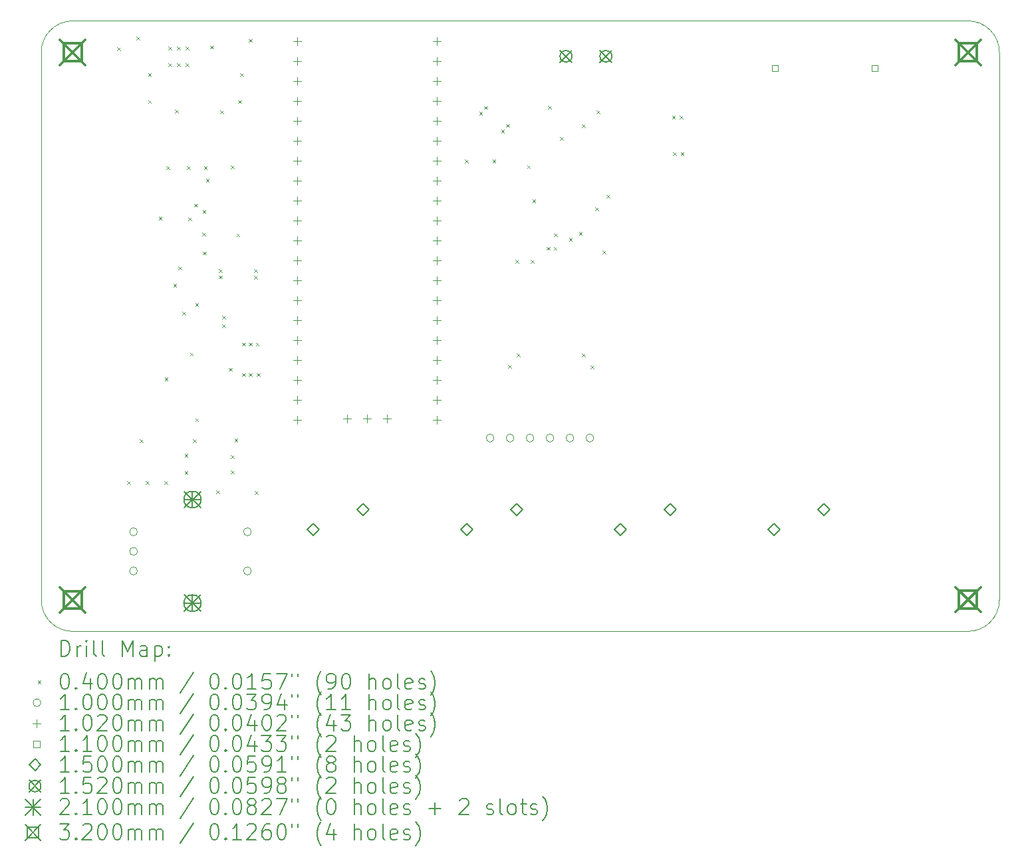
<source format=gbr>
%TF.GenerationSoftware,KiCad,Pcbnew,6.0.11-2627ca5db0~126~ubuntu22.04.1*%
%TF.CreationDate,2024-03-11T15:16:00-04:00*%
%TF.ProjectId,board,626f6172-642e-46b6-9963-61645f706362,rev?*%
%TF.SameCoordinates,Original*%
%TF.FileFunction,Drillmap*%
%TF.FilePolarity,Positive*%
%FSLAX45Y45*%
G04 Gerber Fmt 4.5, Leading zero omitted, Abs format (unit mm)*
G04 Created by KiCad (PCBNEW 6.0.11-2627ca5db0~126~ubuntu22.04.1) date 2024-03-11 15:16:00*
%MOMM*%
%LPD*%
G01*
G04 APERTURE LIST*
%ADD10C,0.100000*%
%ADD11C,0.200000*%
%ADD12C,0.040000*%
%ADD13C,0.102000*%
%ADD14C,0.110000*%
%ADD15C,0.150000*%
%ADD16C,0.152000*%
%ADD17C,0.210000*%
%ADD18C,0.320000*%
G04 APERTURE END LIST*
D10*
X9800000Y-3800000D02*
G75*
G03*
X9400000Y-4200000I0J-400000D01*
G01*
X21600000Y-11180000D02*
X21600000Y-4200000D01*
X21600000Y-4200000D02*
G75*
G03*
X21200000Y-3800000I-400000J0D01*
G01*
X9400000Y-4200000D02*
X9400000Y-11180000D01*
X9800000Y-11580000D02*
X21200000Y-11580000D01*
X21200000Y-11580000D02*
G75*
G03*
X21600000Y-11180000I0J400000D01*
G01*
X21200000Y-3800000D02*
X9800000Y-3800000D01*
X9400000Y-11180000D02*
G75*
G03*
X9800000Y-11580000I400000J0D01*
G01*
D11*
D12*
X10365000Y-4135000D02*
X10405000Y-4175000D01*
X10405000Y-4135000D02*
X10365000Y-4175000D01*
X10495000Y-9665000D02*
X10535000Y-9705000D01*
X10535000Y-9665000D02*
X10495000Y-9705000D01*
X10610000Y-4000000D02*
X10650000Y-4040000D01*
X10650000Y-4000000D02*
X10610000Y-4040000D01*
X10655000Y-9130000D02*
X10695000Y-9170000D01*
X10695000Y-9130000D02*
X10655000Y-9170000D01*
X10730000Y-9665000D02*
X10770000Y-9705000D01*
X10770000Y-9665000D02*
X10730000Y-9705000D01*
X10760000Y-4465000D02*
X10800000Y-4505000D01*
X10800000Y-4465000D02*
X10760000Y-4505000D01*
X10760000Y-4810000D02*
X10800000Y-4850000D01*
X10800000Y-4810000D02*
X10760000Y-4850000D01*
X10894000Y-6297000D02*
X10934000Y-6337000D01*
X10934000Y-6297000D02*
X10894000Y-6337000D01*
X10965000Y-9665000D02*
X11005000Y-9705000D01*
X11005000Y-9665000D02*
X10965000Y-9705000D01*
X10970000Y-8345000D02*
X11010000Y-8385000D01*
X11010000Y-8345000D02*
X10970000Y-8385000D01*
X10995000Y-5650000D02*
X11035000Y-5690000D01*
X11035000Y-5650000D02*
X10995000Y-5690000D01*
X11020000Y-4130000D02*
X11060000Y-4170000D01*
X11060000Y-4130000D02*
X11020000Y-4170000D01*
X11020000Y-4340000D02*
X11060000Y-4380000D01*
X11060000Y-4340000D02*
X11020000Y-4380000D01*
X11082000Y-7148000D02*
X11122000Y-7188000D01*
X11122000Y-7148000D02*
X11082000Y-7188000D01*
X11105000Y-4935000D02*
X11145000Y-4975000D01*
X11145000Y-4935000D02*
X11105000Y-4975000D01*
X11130000Y-4130000D02*
X11170000Y-4170000D01*
X11170000Y-4130000D02*
X11130000Y-4170000D01*
X11130000Y-4340000D02*
X11170000Y-4380000D01*
X11170000Y-4340000D02*
X11130000Y-4380000D01*
X11145000Y-6930000D02*
X11185000Y-6970000D01*
X11185000Y-6930000D02*
X11145000Y-6970000D01*
X11198035Y-7507035D02*
X11238035Y-7547035D01*
X11238035Y-7507035D02*
X11198035Y-7547035D01*
X11225000Y-9315000D02*
X11265000Y-9355000D01*
X11265000Y-9315000D02*
X11225000Y-9355000D01*
X11225000Y-9540000D02*
X11265000Y-9580000D01*
X11265000Y-9540000D02*
X11225000Y-9580000D01*
X11240000Y-4130000D02*
X11280000Y-4170000D01*
X11280000Y-4130000D02*
X11240000Y-4170000D01*
X11240000Y-4340000D02*
X11280000Y-4380000D01*
X11280000Y-4340000D02*
X11240000Y-4380000D01*
X11255000Y-5650000D02*
X11295000Y-5690000D01*
X11295000Y-5650000D02*
X11255000Y-5690000D01*
X11272550Y-6305000D02*
X11312550Y-6345000D01*
X11312550Y-6305000D02*
X11272550Y-6345000D01*
X11293000Y-8026000D02*
X11333000Y-8066000D01*
X11333000Y-8026000D02*
X11293000Y-8066000D01*
X11330000Y-9130000D02*
X11370000Y-9170000D01*
X11370000Y-9130000D02*
X11330000Y-9170000D01*
X11348000Y-6129000D02*
X11388000Y-6169000D01*
X11388000Y-6129000D02*
X11348000Y-6169000D01*
X11360000Y-8865000D02*
X11400000Y-8905000D01*
X11400000Y-8865000D02*
X11360000Y-8905000D01*
X11360873Y-7395576D02*
X11400873Y-7435576D01*
X11400873Y-7395576D02*
X11360873Y-7435576D01*
X11449000Y-6497450D02*
X11489000Y-6537450D01*
X11489000Y-6497450D02*
X11449000Y-6537450D01*
X11454729Y-6212068D02*
X11494729Y-6252068D01*
X11494729Y-6212068D02*
X11454729Y-6252068D01*
X11459000Y-6740000D02*
X11499000Y-6780000D01*
X11499000Y-6740000D02*
X11459000Y-6780000D01*
X11470000Y-5650000D02*
X11510000Y-5690000D01*
X11510000Y-5650000D02*
X11470000Y-5690000D01*
X11495000Y-5815000D02*
X11535000Y-5855000D01*
X11535000Y-5815000D02*
X11495000Y-5855000D01*
X11550000Y-4115000D02*
X11590000Y-4155000D01*
X11590000Y-4115000D02*
X11550000Y-4155000D01*
X11628000Y-9784000D02*
X11668000Y-9824000D01*
X11668000Y-9784000D02*
X11628000Y-9824000D01*
X11660000Y-6965000D02*
X11700000Y-7005000D01*
X11700000Y-6965000D02*
X11660000Y-7005000D01*
X11660000Y-7045000D02*
X11700000Y-7085000D01*
X11700000Y-7045000D02*
X11660000Y-7085000D01*
X11680000Y-4940000D02*
X11720000Y-4980000D01*
X11720000Y-4940000D02*
X11680000Y-4980000D01*
X11701697Y-7554274D02*
X11741697Y-7594274D01*
X11741697Y-7554274D02*
X11701697Y-7594274D01*
X11702725Y-7669275D02*
X11742725Y-7709275D01*
X11742725Y-7669275D02*
X11702725Y-7709275D01*
X11787550Y-8222450D02*
X11827550Y-8262450D01*
X11827550Y-8222450D02*
X11787550Y-8262450D01*
X11812500Y-9332500D02*
X11852500Y-9372500D01*
X11852500Y-9332500D02*
X11812500Y-9372500D01*
X11815000Y-5645000D02*
X11855000Y-5685000D01*
X11855000Y-5645000D02*
X11815000Y-5685000D01*
X11815000Y-9530000D02*
X11855000Y-9570000D01*
X11855000Y-9530000D02*
X11815000Y-9570000D01*
X11859000Y-9124000D02*
X11899000Y-9164000D01*
X11899000Y-9124000D02*
X11859000Y-9164000D01*
X11885000Y-6510000D02*
X11925000Y-6550000D01*
X11925000Y-6510000D02*
X11885000Y-6550000D01*
X11905000Y-4810000D02*
X11945000Y-4850000D01*
X11945000Y-4810000D02*
X11905000Y-4850000D01*
X11930000Y-4465000D02*
X11970000Y-4505000D01*
X11970000Y-4465000D02*
X11930000Y-4505000D01*
X11955000Y-7900000D02*
X11995000Y-7940000D01*
X11995000Y-7900000D02*
X11955000Y-7940000D01*
X11955000Y-8290000D02*
X11995000Y-8330000D01*
X11995000Y-8290000D02*
X11955000Y-8330000D01*
X12040000Y-4030000D02*
X12080000Y-4070000D01*
X12080000Y-4030000D02*
X12040000Y-4070000D01*
X12045000Y-7900000D02*
X12085000Y-7940000D01*
X12085000Y-7900000D02*
X12045000Y-7940000D01*
X12045000Y-8290000D02*
X12085000Y-8330000D01*
X12085000Y-8290000D02*
X12045000Y-8330000D01*
X12110000Y-6965000D02*
X12150000Y-7005000D01*
X12150000Y-6965000D02*
X12110000Y-7005000D01*
X12110000Y-7050000D02*
X12150000Y-7090000D01*
X12150000Y-7050000D02*
X12110000Y-7090000D01*
X12120000Y-9790000D02*
X12160000Y-9830000D01*
X12160000Y-9790000D02*
X12120000Y-9830000D01*
X12130000Y-7900000D02*
X12170000Y-7940000D01*
X12170000Y-7900000D02*
X12130000Y-7940000D01*
X12145000Y-8290000D02*
X12185000Y-8330000D01*
X12185000Y-8290000D02*
X12145000Y-8330000D01*
X14795000Y-5570000D02*
X14835000Y-5610000D01*
X14835000Y-5570000D02*
X14795000Y-5610000D01*
X14975000Y-4955000D02*
X15015000Y-4995000D01*
X15015000Y-4955000D02*
X14975000Y-4995000D01*
X15040000Y-4885000D02*
X15080000Y-4925000D01*
X15080000Y-4885000D02*
X15040000Y-4925000D01*
X15145000Y-5570000D02*
X15185000Y-5610000D01*
X15185000Y-5570000D02*
X15145000Y-5610000D01*
X15255000Y-5185000D02*
X15295000Y-5225000D01*
X15295000Y-5185000D02*
X15255000Y-5225000D01*
X15320000Y-5115000D02*
X15360000Y-5155000D01*
X15360000Y-5115000D02*
X15320000Y-5155000D01*
X15345000Y-8182000D02*
X15385000Y-8222000D01*
X15385000Y-8182000D02*
X15345000Y-8222000D01*
X15435000Y-6845000D02*
X15475000Y-6885000D01*
X15475000Y-6845000D02*
X15435000Y-6885000D01*
X15454000Y-8042000D02*
X15494000Y-8082000D01*
X15494000Y-8042000D02*
X15454000Y-8082000D01*
X15585000Y-5640000D02*
X15625000Y-5680000D01*
X15625000Y-5640000D02*
X15585000Y-5680000D01*
X15635000Y-6845000D02*
X15675000Y-6885000D01*
X15675000Y-6845000D02*
X15635000Y-6885000D01*
X15654000Y-6076000D02*
X15694000Y-6116000D01*
X15694000Y-6076000D02*
X15654000Y-6116000D01*
X15835000Y-6680000D02*
X15875000Y-6720000D01*
X15875000Y-6680000D02*
X15835000Y-6720000D01*
X15850000Y-4882550D02*
X15890000Y-4922550D01*
X15890000Y-4882550D02*
X15850000Y-4922550D01*
X15925050Y-6680000D02*
X15965050Y-6720000D01*
X15965050Y-6680000D02*
X15925050Y-6720000D01*
X15930000Y-6507500D02*
X15970000Y-6547500D01*
X15970000Y-6507500D02*
X15930000Y-6547500D01*
X16005000Y-5280000D02*
X16045000Y-5320000D01*
X16045000Y-5280000D02*
X16005000Y-5320000D01*
X16118770Y-6566230D02*
X16158770Y-6606230D01*
X16158770Y-6566230D02*
X16118770Y-6606230D01*
X16246230Y-6488770D02*
X16286230Y-6528770D01*
X16286230Y-6488770D02*
X16246230Y-6528770D01*
X16285000Y-5120000D02*
X16325000Y-5160000D01*
X16325000Y-5120000D02*
X16285000Y-5160000D01*
X16287000Y-8040000D02*
X16327000Y-8080000D01*
X16327000Y-8040000D02*
X16287000Y-8080000D01*
X16397000Y-8190000D02*
X16437000Y-8230000D01*
X16437000Y-8190000D02*
X16397000Y-8230000D01*
X16452076Y-6177924D02*
X16492076Y-6217924D01*
X16492076Y-6177924D02*
X16452076Y-6217924D01*
X16470000Y-4940000D02*
X16510000Y-4980000D01*
X16510000Y-4940000D02*
X16470000Y-4980000D01*
X16545000Y-6725000D02*
X16585000Y-6765000D01*
X16585000Y-6725000D02*
X16545000Y-6765000D01*
X16600000Y-6015000D02*
X16640000Y-6055000D01*
X16640000Y-6015000D02*
X16600000Y-6055000D01*
X17431000Y-5010000D02*
X17471000Y-5050000D01*
X17471000Y-5010000D02*
X17431000Y-5050000D01*
X17442000Y-5474000D02*
X17482000Y-5514000D01*
X17482000Y-5474000D02*
X17442000Y-5514000D01*
X17531000Y-5010000D02*
X17571000Y-5050000D01*
X17571000Y-5010000D02*
X17531000Y-5050000D01*
X17542000Y-5472000D02*
X17582000Y-5512000D01*
X17582000Y-5472000D02*
X17542000Y-5512000D01*
D10*
X10625000Y-10310000D02*
G75*
G03*
X10625000Y-10310000I-50000J0D01*
G01*
X10625000Y-10560000D02*
G75*
G03*
X10625000Y-10560000I-50000J0D01*
G01*
X10625000Y-10810000D02*
G75*
G03*
X10625000Y-10810000I-50000J0D01*
G01*
X12075000Y-10310000D02*
G75*
G03*
X12075000Y-10310000I-50000J0D01*
G01*
X12075000Y-10810000D02*
G75*
G03*
X12075000Y-10810000I-50000J0D01*
G01*
X15165000Y-9116000D02*
G75*
G03*
X15165000Y-9116000I-50000J0D01*
G01*
X15419000Y-9116000D02*
G75*
G03*
X15419000Y-9116000I-50000J0D01*
G01*
X15673000Y-9116000D02*
G75*
G03*
X15673000Y-9116000I-50000J0D01*
G01*
X15927000Y-9116000D02*
G75*
G03*
X15927000Y-9116000I-50000J0D01*
G01*
X16181000Y-9116000D02*
G75*
G03*
X16181000Y-9116000I-50000J0D01*
G01*
X16435000Y-9116000D02*
G75*
G03*
X16435000Y-9116000I-50000J0D01*
G01*
D13*
X12661000Y-4011500D02*
X12661000Y-4113500D01*
X12610000Y-4062500D02*
X12712000Y-4062500D01*
X12661000Y-4265500D02*
X12661000Y-4367500D01*
X12610000Y-4316500D02*
X12712000Y-4316500D01*
X12661000Y-4519500D02*
X12661000Y-4621500D01*
X12610000Y-4570500D02*
X12712000Y-4570500D01*
X12661000Y-4773500D02*
X12661000Y-4875500D01*
X12610000Y-4824500D02*
X12712000Y-4824500D01*
X12661000Y-5027500D02*
X12661000Y-5129500D01*
X12610000Y-5078500D02*
X12712000Y-5078500D01*
X12661000Y-5281500D02*
X12661000Y-5383500D01*
X12610000Y-5332500D02*
X12712000Y-5332500D01*
X12661000Y-5535500D02*
X12661000Y-5637500D01*
X12610000Y-5586500D02*
X12712000Y-5586500D01*
X12661000Y-5789500D02*
X12661000Y-5891500D01*
X12610000Y-5840500D02*
X12712000Y-5840500D01*
X12661000Y-6043500D02*
X12661000Y-6145500D01*
X12610000Y-6094500D02*
X12712000Y-6094500D01*
X12661000Y-6297500D02*
X12661000Y-6399500D01*
X12610000Y-6348500D02*
X12712000Y-6348500D01*
X12661000Y-6551500D02*
X12661000Y-6653500D01*
X12610000Y-6602500D02*
X12712000Y-6602500D01*
X12661000Y-6805500D02*
X12661000Y-6907500D01*
X12610000Y-6856500D02*
X12712000Y-6856500D01*
X12661000Y-7059500D02*
X12661000Y-7161500D01*
X12610000Y-7110500D02*
X12712000Y-7110500D01*
X12661000Y-7313500D02*
X12661000Y-7415500D01*
X12610000Y-7364500D02*
X12712000Y-7364500D01*
X12661000Y-7567500D02*
X12661000Y-7669500D01*
X12610000Y-7618500D02*
X12712000Y-7618500D01*
X12661000Y-7821500D02*
X12661000Y-7923500D01*
X12610000Y-7872500D02*
X12712000Y-7872500D01*
X12661000Y-8075500D02*
X12661000Y-8177500D01*
X12610000Y-8126500D02*
X12712000Y-8126500D01*
X12661000Y-8329500D02*
X12661000Y-8431500D01*
X12610000Y-8380500D02*
X12712000Y-8380500D01*
X12661000Y-8583500D02*
X12661000Y-8685500D01*
X12610000Y-8634500D02*
X12712000Y-8634500D01*
X12661000Y-8837500D02*
X12661000Y-8939500D01*
X12610000Y-8888500D02*
X12712000Y-8888500D01*
X13296000Y-8814500D02*
X13296000Y-8916500D01*
X13245000Y-8865500D02*
X13347000Y-8865500D01*
X13550000Y-8814500D02*
X13550000Y-8916500D01*
X13499000Y-8865500D02*
X13601000Y-8865500D01*
X13804000Y-8814500D02*
X13804000Y-8916500D01*
X13753000Y-8865500D02*
X13855000Y-8865500D01*
X14439000Y-4011500D02*
X14439000Y-4113500D01*
X14388000Y-4062500D02*
X14490000Y-4062500D01*
X14439000Y-4265500D02*
X14439000Y-4367500D01*
X14388000Y-4316500D02*
X14490000Y-4316500D01*
X14439000Y-4519500D02*
X14439000Y-4621500D01*
X14388000Y-4570500D02*
X14490000Y-4570500D01*
X14439000Y-4773500D02*
X14439000Y-4875500D01*
X14388000Y-4824500D02*
X14490000Y-4824500D01*
X14439000Y-5027500D02*
X14439000Y-5129500D01*
X14388000Y-5078500D02*
X14490000Y-5078500D01*
X14439000Y-5281500D02*
X14439000Y-5383500D01*
X14388000Y-5332500D02*
X14490000Y-5332500D01*
X14439000Y-5535500D02*
X14439000Y-5637500D01*
X14388000Y-5586500D02*
X14490000Y-5586500D01*
X14439000Y-5789500D02*
X14439000Y-5891500D01*
X14388000Y-5840500D02*
X14490000Y-5840500D01*
X14439000Y-6043500D02*
X14439000Y-6145500D01*
X14388000Y-6094500D02*
X14490000Y-6094500D01*
X14439000Y-6297500D02*
X14439000Y-6399500D01*
X14388000Y-6348500D02*
X14490000Y-6348500D01*
X14439000Y-6551500D02*
X14439000Y-6653500D01*
X14388000Y-6602500D02*
X14490000Y-6602500D01*
X14439000Y-6805500D02*
X14439000Y-6907500D01*
X14388000Y-6856500D02*
X14490000Y-6856500D01*
X14439000Y-7059500D02*
X14439000Y-7161500D01*
X14388000Y-7110500D02*
X14490000Y-7110500D01*
X14439000Y-7313500D02*
X14439000Y-7415500D01*
X14388000Y-7364500D02*
X14490000Y-7364500D01*
X14439000Y-7567500D02*
X14439000Y-7669500D01*
X14388000Y-7618500D02*
X14490000Y-7618500D01*
X14439000Y-7821500D02*
X14439000Y-7923500D01*
X14388000Y-7872500D02*
X14490000Y-7872500D01*
X14439000Y-8075500D02*
X14439000Y-8177500D01*
X14388000Y-8126500D02*
X14490000Y-8126500D01*
X14439000Y-8329500D02*
X14439000Y-8431500D01*
X14388000Y-8380500D02*
X14490000Y-8380500D01*
X14439000Y-8583500D02*
X14439000Y-8685500D01*
X14388000Y-8634500D02*
X14490000Y-8634500D01*
X14439000Y-8837500D02*
X14439000Y-8939500D01*
X14388000Y-8888500D02*
X14490000Y-8888500D01*
D14*
X18783891Y-4441891D02*
X18783891Y-4364109D01*
X18706109Y-4364109D01*
X18706109Y-4441891D01*
X18783891Y-4441891D01*
X20053891Y-4441891D02*
X20053891Y-4364109D01*
X19976109Y-4364109D01*
X19976109Y-4441891D01*
X20053891Y-4441891D01*
D15*
X12862000Y-10355000D02*
X12937000Y-10280000D01*
X12862000Y-10205000D01*
X12787000Y-10280000D01*
X12862000Y-10355000D01*
X13497000Y-10101000D02*
X13572000Y-10026000D01*
X13497000Y-9951000D01*
X13422000Y-10026000D01*
X13497000Y-10101000D01*
X14817000Y-10355000D02*
X14892000Y-10280000D01*
X14817000Y-10205000D01*
X14742000Y-10280000D01*
X14817000Y-10355000D01*
X15452000Y-10101000D02*
X15527000Y-10026000D01*
X15452000Y-9951000D01*
X15377000Y-10026000D01*
X15452000Y-10101000D01*
X16772000Y-10355000D02*
X16847000Y-10280000D01*
X16772000Y-10205000D01*
X16697000Y-10280000D01*
X16772000Y-10355000D01*
X17407000Y-10101000D02*
X17482000Y-10026000D01*
X17407000Y-9951000D01*
X17332000Y-10026000D01*
X17407000Y-10101000D01*
X18727000Y-10355000D02*
X18802000Y-10280000D01*
X18727000Y-10205000D01*
X18652000Y-10280000D01*
X18727000Y-10355000D01*
X19362000Y-10101000D02*
X19437000Y-10026000D01*
X19362000Y-9951000D01*
X19287000Y-10026000D01*
X19362000Y-10101000D01*
D16*
X16005000Y-4175000D02*
X16157000Y-4327000D01*
X16157000Y-4175000D02*
X16005000Y-4327000D01*
X16157000Y-4251000D02*
G75*
G03*
X16157000Y-4251000I-76000J0D01*
G01*
X16513000Y-4175000D02*
X16665000Y-4327000D01*
X16665000Y-4175000D02*
X16513000Y-4327000D01*
X16665000Y-4251000D02*
G75*
G03*
X16665000Y-4251000I-76000J0D01*
G01*
D17*
X11220000Y-9795000D02*
X11430000Y-10005000D01*
X11430000Y-9795000D02*
X11220000Y-10005000D01*
X11325000Y-9795000D02*
X11325000Y-10005000D01*
X11220000Y-9900000D02*
X11430000Y-9900000D01*
D11*
X11330000Y-9795000D02*
X11320000Y-9795000D01*
X11330000Y-10005000D02*
X11320000Y-10005000D01*
X11320000Y-9795000D02*
G75*
G03*
X11320000Y-10005000I0J-105000D01*
G01*
X11330000Y-10005000D02*
G75*
G03*
X11330000Y-9795000I0J105000D01*
G01*
D17*
X11220000Y-11115000D02*
X11430000Y-11325000D01*
X11430000Y-11115000D02*
X11220000Y-11325000D01*
X11325000Y-11115000D02*
X11325000Y-11325000D01*
X11220000Y-11220000D02*
X11430000Y-11220000D01*
D11*
X11330000Y-11115000D02*
X11320000Y-11115000D01*
X11330000Y-11325000D02*
X11320000Y-11325000D01*
X11320000Y-11115000D02*
G75*
G03*
X11320000Y-11325000I0J-105000D01*
G01*
X11330000Y-11325000D02*
G75*
G03*
X11330000Y-11115000I0J105000D01*
G01*
D18*
X9640000Y-4040000D02*
X9960000Y-4360000D01*
X9960000Y-4040000D02*
X9640000Y-4360000D01*
X9913138Y-4313138D02*
X9913138Y-4086862D01*
X9686862Y-4086862D01*
X9686862Y-4313138D01*
X9913138Y-4313138D01*
X9640000Y-11020000D02*
X9960000Y-11340000D01*
X9960000Y-11020000D02*
X9640000Y-11340000D01*
X9913138Y-11293138D02*
X9913138Y-11066862D01*
X9686862Y-11066862D01*
X9686862Y-11293138D01*
X9913138Y-11293138D01*
X21040000Y-4040000D02*
X21360000Y-4360000D01*
X21360000Y-4040000D02*
X21040000Y-4360000D01*
X21313138Y-4313138D02*
X21313138Y-4086862D01*
X21086862Y-4086862D01*
X21086862Y-4313138D01*
X21313138Y-4313138D01*
X21040000Y-11015000D02*
X21360000Y-11335000D01*
X21360000Y-11015000D02*
X21040000Y-11335000D01*
X21313138Y-11288138D02*
X21313138Y-11061862D01*
X21086862Y-11061862D01*
X21086862Y-11288138D01*
X21313138Y-11288138D01*
D11*
X9652619Y-11895476D02*
X9652619Y-11695476D01*
X9700238Y-11695476D01*
X9728810Y-11705000D01*
X9747857Y-11724048D01*
X9757381Y-11743095D01*
X9766905Y-11781190D01*
X9766905Y-11809762D01*
X9757381Y-11847857D01*
X9747857Y-11866905D01*
X9728810Y-11885952D01*
X9700238Y-11895476D01*
X9652619Y-11895476D01*
X9852619Y-11895476D02*
X9852619Y-11762143D01*
X9852619Y-11800238D02*
X9862143Y-11781190D01*
X9871667Y-11771667D01*
X9890714Y-11762143D01*
X9909762Y-11762143D01*
X9976429Y-11895476D02*
X9976429Y-11762143D01*
X9976429Y-11695476D02*
X9966905Y-11705000D01*
X9976429Y-11714524D01*
X9985952Y-11705000D01*
X9976429Y-11695476D01*
X9976429Y-11714524D01*
X10100238Y-11895476D02*
X10081190Y-11885952D01*
X10071667Y-11866905D01*
X10071667Y-11695476D01*
X10205000Y-11895476D02*
X10185952Y-11885952D01*
X10176429Y-11866905D01*
X10176429Y-11695476D01*
X10433571Y-11895476D02*
X10433571Y-11695476D01*
X10500238Y-11838333D01*
X10566905Y-11695476D01*
X10566905Y-11895476D01*
X10747857Y-11895476D02*
X10747857Y-11790714D01*
X10738333Y-11771667D01*
X10719286Y-11762143D01*
X10681190Y-11762143D01*
X10662143Y-11771667D01*
X10747857Y-11885952D02*
X10728810Y-11895476D01*
X10681190Y-11895476D01*
X10662143Y-11885952D01*
X10652619Y-11866905D01*
X10652619Y-11847857D01*
X10662143Y-11828809D01*
X10681190Y-11819286D01*
X10728810Y-11819286D01*
X10747857Y-11809762D01*
X10843095Y-11762143D02*
X10843095Y-11962143D01*
X10843095Y-11771667D02*
X10862143Y-11762143D01*
X10900238Y-11762143D01*
X10919286Y-11771667D01*
X10928810Y-11781190D01*
X10938333Y-11800238D01*
X10938333Y-11857381D01*
X10928810Y-11876428D01*
X10919286Y-11885952D01*
X10900238Y-11895476D01*
X10862143Y-11895476D01*
X10843095Y-11885952D01*
X11024048Y-11876428D02*
X11033571Y-11885952D01*
X11024048Y-11895476D01*
X11014524Y-11885952D01*
X11024048Y-11876428D01*
X11024048Y-11895476D01*
X11024048Y-11771667D02*
X11033571Y-11781190D01*
X11024048Y-11790714D01*
X11014524Y-11781190D01*
X11024048Y-11771667D01*
X11024048Y-11790714D01*
D12*
X9355000Y-12205000D02*
X9395000Y-12245000D01*
X9395000Y-12205000D02*
X9355000Y-12245000D01*
D11*
X9690714Y-12115476D02*
X9709762Y-12115476D01*
X9728810Y-12125000D01*
X9738333Y-12134524D01*
X9747857Y-12153571D01*
X9757381Y-12191667D01*
X9757381Y-12239286D01*
X9747857Y-12277381D01*
X9738333Y-12296428D01*
X9728810Y-12305952D01*
X9709762Y-12315476D01*
X9690714Y-12315476D01*
X9671667Y-12305952D01*
X9662143Y-12296428D01*
X9652619Y-12277381D01*
X9643095Y-12239286D01*
X9643095Y-12191667D01*
X9652619Y-12153571D01*
X9662143Y-12134524D01*
X9671667Y-12125000D01*
X9690714Y-12115476D01*
X9843095Y-12296428D02*
X9852619Y-12305952D01*
X9843095Y-12315476D01*
X9833571Y-12305952D01*
X9843095Y-12296428D01*
X9843095Y-12315476D01*
X10024048Y-12182143D02*
X10024048Y-12315476D01*
X9976429Y-12105952D02*
X9928810Y-12248809D01*
X10052619Y-12248809D01*
X10166905Y-12115476D02*
X10185952Y-12115476D01*
X10205000Y-12125000D01*
X10214524Y-12134524D01*
X10224048Y-12153571D01*
X10233571Y-12191667D01*
X10233571Y-12239286D01*
X10224048Y-12277381D01*
X10214524Y-12296428D01*
X10205000Y-12305952D01*
X10185952Y-12315476D01*
X10166905Y-12315476D01*
X10147857Y-12305952D01*
X10138333Y-12296428D01*
X10128810Y-12277381D01*
X10119286Y-12239286D01*
X10119286Y-12191667D01*
X10128810Y-12153571D01*
X10138333Y-12134524D01*
X10147857Y-12125000D01*
X10166905Y-12115476D01*
X10357381Y-12115476D02*
X10376429Y-12115476D01*
X10395476Y-12125000D01*
X10405000Y-12134524D01*
X10414524Y-12153571D01*
X10424048Y-12191667D01*
X10424048Y-12239286D01*
X10414524Y-12277381D01*
X10405000Y-12296428D01*
X10395476Y-12305952D01*
X10376429Y-12315476D01*
X10357381Y-12315476D01*
X10338333Y-12305952D01*
X10328810Y-12296428D01*
X10319286Y-12277381D01*
X10309762Y-12239286D01*
X10309762Y-12191667D01*
X10319286Y-12153571D01*
X10328810Y-12134524D01*
X10338333Y-12125000D01*
X10357381Y-12115476D01*
X10509762Y-12315476D02*
X10509762Y-12182143D01*
X10509762Y-12201190D02*
X10519286Y-12191667D01*
X10538333Y-12182143D01*
X10566905Y-12182143D01*
X10585952Y-12191667D01*
X10595476Y-12210714D01*
X10595476Y-12315476D01*
X10595476Y-12210714D02*
X10605000Y-12191667D01*
X10624048Y-12182143D01*
X10652619Y-12182143D01*
X10671667Y-12191667D01*
X10681190Y-12210714D01*
X10681190Y-12315476D01*
X10776429Y-12315476D02*
X10776429Y-12182143D01*
X10776429Y-12201190D02*
X10785952Y-12191667D01*
X10805000Y-12182143D01*
X10833571Y-12182143D01*
X10852619Y-12191667D01*
X10862143Y-12210714D01*
X10862143Y-12315476D01*
X10862143Y-12210714D02*
X10871667Y-12191667D01*
X10890714Y-12182143D01*
X10919286Y-12182143D01*
X10938333Y-12191667D01*
X10947857Y-12210714D01*
X10947857Y-12315476D01*
X11338333Y-12105952D02*
X11166905Y-12363095D01*
X11595476Y-12115476D02*
X11614524Y-12115476D01*
X11633571Y-12125000D01*
X11643095Y-12134524D01*
X11652619Y-12153571D01*
X11662143Y-12191667D01*
X11662143Y-12239286D01*
X11652619Y-12277381D01*
X11643095Y-12296428D01*
X11633571Y-12305952D01*
X11614524Y-12315476D01*
X11595476Y-12315476D01*
X11576428Y-12305952D01*
X11566905Y-12296428D01*
X11557381Y-12277381D01*
X11547857Y-12239286D01*
X11547857Y-12191667D01*
X11557381Y-12153571D01*
X11566905Y-12134524D01*
X11576428Y-12125000D01*
X11595476Y-12115476D01*
X11747857Y-12296428D02*
X11757381Y-12305952D01*
X11747857Y-12315476D01*
X11738333Y-12305952D01*
X11747857Y-12296428D01*
X11747857Y-12315476D01*
X11881190Y-12115476D02*
X11900238Y-12115476D01*
X11919286Y-12125000D01*
X11928809Y-12134524D01*
X11938333Y-12153571D01*
X11947857Y-12191667D01*
X11947857Y-12239286D01*
X11938333Y-12277381D01*
X11928809Y-12296428D01*
X11919286Y-12305952D01*
X11900238Y-12315476D01*
X11881190Y-12315476D01*
X11862143Y-12305952D01*
X11852619Y-12296428D01*
X11843095Y-12277381D01*
X11833571Y-12239286D01*
X11833571Y-12191667D01*
X11843095Y-12153571D01*
X11852619Y-12134524D01*
X11862143Y-12125000D01*
X11881190Y-12115476D01*
X12138333Y-12315476D02*
X12024048Y-12315476D01*
X12081190Y-12315476D02*
X12081190Y-12115476D01*
X12062143Y-12144048D01*
X12043095Y-12163095D01*
X12024048Y-12172619D01*
X12319286Y-12115476D02*
X12224048Y-12115476D01*
X12214524Y-12210714D01*
X12224048Y-12201190D01*
X12243095Y-12191667D01*
X12290714Y-12191667D01*
X12309762Y-12201190D01*
X12319286Y-12210714D01*
X12328809Y-12229762D01*
X12328809Y-12277381D01*
X12319286Y-12296428D01*
X12309762Y-12305952D01*
X12290714Y-12315476D01*
X12243095Y-12315476D01*
X12224048Y-12305952D01*
X12214524Y-12296428D01*
X12395476Y-12115476D02*
X12528809Y-12115476D01*
X12443095Y-12315476D01*
X12595476Y-12115476D02*
X12595476Y-12153571D01*
X12671667Y-12115476D02*
X12671667Y-12153571D01*
X12966905Y-12391667D02*
X12957381Y-12382143D01*
X12938333Y-12353571D01*
X12928809Y-12334524D01*
X12919286Y-12305952D01*
X12909762Y-12258333D01*
X12909762Y-12220238D01*
X12919286Y-12172619D01*
X12928809Y-12144048D01*
X12938333Y-12125000D01*
X12957381Y-12096428D01*
X12966905Y-12086905D01*
X13052619Y-12315476D02*
X13090714Y-12315476D01*
X13109762Y-12305952D01*
X13119286Y-12296428D01*
X13138333Y-12267857D01*
X13147857Y-12229762D01*
X13147857Y-12153571D01*
X13138333Y-12134524D01*
X13128809Y-12125000D01*
X13109762Y-12115476D01*
X13071667Y-12115476D01*
X13052619Y-12125000D01*
X13043095Y-12134524D01*
X13033571Y-12153571D01*
X13033571Y-12201190D01*
X13043095Y-12220238D01*
X13052619Y-12229762D01*
X13071667Y-12239286D01*
X13109762Y-12239286D01*
X13128809Y-12229762D01*
X13138333Y-12220238D01*
X13147857Y-12201190D01*
X13271667Y-12115476D02*
X13290714Y-12115476D01*
X13309762Y-12125000D01*
X13319286Y-12134524D01*
X13328809Y-12153571D01*
X13338333Y-12191667D01*
X13338333Y-12239286D01*
X13328809Y-12277381D01*
X13319286Y-12296428D01*
X13309762Y-12305952D01*
X13290714Y-12315476D01*
X13271667Y-12315476D01*
X13252619Y-12305952D01*
X13243095Y-12296428D01*
X13233571Y-12277381D01*
X13224048Y-12239286D01*
X13224048Y-12191667D01*
X13233571Y-12153571D01*
X13243095Y-12134524D01*
X13252619Y-12125000D01*
X13271667Y-12115476D01*
X13576428Y-12315476D02*
X13576428Y-12115476D01*
X13662143Y-12315476D02*
X13662143Y-12210714D01*
X13652619Y-12191667D01*
X13633571Y-12182143D01*
X13605000Y-12182143D01*
X13585952Y-12191667D01*
X13576428Y-12201190D01*
X13785952Y-12315476D02*
X13766905Y-12305952D01*
X13757381Y-12296428D01*
X13747857Y-12277381D01*
X13747857Y-12220238D01*
X13757381Y-12201190D01*
X13766905Y-12191667D01*
X13785952Y-12182143D01*
X13814524Y-12182143D01*
X13833571Y-12191667D01*
X13843095Y-12201190D01*
X13852619Y-12220238D01*
X13852619Y-12277381D01*
X13843095Y-12296428D01*
X13833571Y-12305952D01*
X13814524Y-12315476D01*
X13785952Y-12315476D01*
X13966905Y-12315476D02*
X13947857Y-12305952D01*
X13938333Y-12286905D01*
X13938333Y-12115476D01*
X14119286Y-12305952D02*
X14100238Y-12315476D01*
X14062143Y-12315476D01*
X14043095Y-12305952D01*
X14033571Y-12286905D01*
X14033571Y-12210714D01*
X14043095Y-12191667D01*
X14062143Y-12182143D01*
X14100238Y-12182143D01*
X14119286Y-12191667D01*
X14128809Y-12210714D01*
X14128809Y-12229762D01*
X14033571Y-12248809D01*
X14205000Y-12305952D02*
X14224048Y-12315476D01*
X14262143Y-12315476D01*
X14281190Y-12305952D01*
X14290714Y-12286905D01*
X14290714Y-12277381D01*
X14281190Y-12258333D01*
X14262143Y-12248809D01*
X14233571Y-12248809D01*
X14214524Y-12239286D01*
X14205000Y-12220238D01*
X14205000Y-12210714D01*
X14214524Y-12191667D01*
X14233571Y-12182143D01*
X14262143Y-12182143D01*
X14281190Y-12191667D01*
X14357381Y-12391667D02*
X14366905Y-12382143D01*
X14385952Y-12353571D01*
X14395476Y-12334524D01*
X14405000Y-12305952D01*
X14414524Y-12258333D01*
X14414524Y-12220238D01*
X14405000Y-12172619D01*
X14395476Y-12144048D01*
X14385952Y-12125000D01*
X14366905Y-12096428D01*
X14357381Y-12086905D01*
D10*
X9395000Y-12489000D02*
G75*
G03*
X9395000Y-12489000I-50000J0D01*
G01*
D11*
X9757381Y-12579476D02*
X9643095Y-12579476D01*
X9700238Y-12579476D02*
X9700238Y-12379476D01*
X9681190Y-12408048D01*
X9662143Y-12427095D01*
X9643095Y-12436619D01*
X9843095Y-12560428D02*
X9852619Y-12569952D01*
X9843095Y-12579476D01*
X9833571Y-12569952D01*
X9843095Y-12560428D01*
X9843095Y-12579476D01*
X9976429Y-12379476D02*
X9995476Y-12379476D01*
X10014524Y-12389000D01*
X10024048Y-12398524D01*
X10033571Y-12417571D01*
X10043095Y-12455667D01*
X10043095Y-12503286D01*
X10033571Y-12541381D01*
X10024048Y-12560428D01*
X10014524Y-12569952D01*
X9995476Y-12579476D01*
X9976429Y-12579476D01*
X9957381Y-12569952D01*
X9947857Y-12560428D01*
X9938333Y-12541381D01*
X9928810Y-12503286D01*
X9928810Y-12455667D01*
X9938333Y-12417571D01*
X9947857Y-12398524D01*
X9957381Y-12389000D01*
X9976429Y-12379476D01*
X10166905Y-12379476D02*
X10185952Y-12379476D01*
X10205000Y-12389000D01*
X10214524Y-12398524D01*
X10224048Y-12417571D01*
X10233571Y-12455667D01*
X10233571Y-12503286D01*
X10224048Y-12541381D01*
X10214524Y-12560428D01*
X10205000Y-12569952D01*
X10185952Y-12579476D01*
X10166905Y-12579476D01*
X10147857Y-12569952D01*
X10138333Y-12560428D01*
X10128810Y-12541381D01*
X10119286Y-12503286D01*
X10119286Y-12455667D01*
X10128810Y-12417571D01*
X10138333Y-12398524D01*
X10147857Y-12389000D01*
X10166905Y-12379476D01*
X10357381Y-12379476D02*
X10376429Y-12379476D01*
X10395476Y-12389000D01*
X10405000Y-12398524D01*
X10414524Y-12417571D01*
X10424048Y-12455667D01*
X10424048Y-12503286D01*
X10414524Y-12541381D01*
X10405000Y-12560428D01*
X10395476Y-12569952D01*
X10376429Y-12579476D01*
X10357381Y-12579476D01*
X10338333Y-12569952D01*
X10328810Y-12560428D01*
X10319286Y-12541381D01*
X10309762Y-12503286D01*
X10309762Y-12455667D01*
X10319286Y-12417571D01*
X10328810Y-12398524D01*
X10338333Y-12389000D01*
X10357381Y-12379476D01*
X10509762Y-12579476D02*
X10509762Y-12446143D01*
X10509762Y-12465190D02*
X10519286Y-12455667D01*
X10538333Y-12446143D01*
X10566905Y-12446143D01*
X10585952Y-12455667D01*
X10595476Y-12474714D01*
X10595476Y-12579476D01*
X10595476Y-12474714D02*
X10605000Y-12455667D01*
X10624048Y-12446143D01*
X10652619Y-12446143D01*
X10671667Y-12455667D01*
X10681190Y-12474714D01*
X10681190Y-12579476D01*
X10776429Y-12579476D02*
X10776429Y-12446143D01*
X10776429Y-12465190D02*
X10785952Y-12455667D01*
X10805000Y-12446143D01*
X10833571Y-12446143D01*
X10852619Y-12455667D01*
X10862143Y-12474714D01*
X10862143Y-12579476D01*
X10862143Y-12474714D02*
X10871667Y-12455667D01*
X10890714Y-12446143D01*
X10919286Y-12446143D01*
X10938333Y-12455667D01*
X10947857Y-12474714D01*
X10947857Y-12579476D01*
X11338333Y-12369952D02*
X11166905Y-12627095D01*
X11595476Y-12379476D02*
X11614524Y-12379476D01*
X11633571Y-12389000D01*
X11643095Y-12398524D01*
X11652619Y-12417571D01*
X11662143Y-12455667D01*
X11662143Y-12503286D01*
X11652619Y-12541381D01*
X11643095Y-12560428D01*
X11633571Y-12569952D01*
X11614524Y-12579476D01*
X11595476Y-12579476D01*
X11576428Y-12569952D01*
X11566905Y-12560428D01*
X11557381Y-12541381D01*
X11547857Y-12503286D01*
X11547857Y-12455667D01*
X11557381Y-12417571D01*
X11566905Y-12398524D01*
X11576428Y-12389000D01*
X11595476Y-12379476D01*
X11747857Y-12560428D02*
X11757381Y-12569952D01*
X11747857Y-12579476D01*
X11738333Y-12569952D01*
X11747857Y-12560428D01*
X11747857Y-12579476D01*
X11881190Y-12379476D02*
X11900238Y-12379476D01*
X11919286Y-12389000D01*
X11928809Y-12398524D01*
X11938333Y-12417571D01*
X11947857Y-12455667D01*
X11947857Y-12503286D01*
X11938333Y-12541381D01*
X11928809Y-12560428D01*
X11919286Y-12569952D01*
X11900238Y-12579476D01*
X11881190Y-12579476D01*
X11862143Y-12569952D01*
X11852619Y-12560428D01*
X11843095Y-12541381D01*
X11833571Y-12503286D01*
X11833571Y-12455667D01*
X11843095Y-12417571D01*
X11852619Y-12398524D01*
X11862143Y-12389000D01*
X11881190Y-12379476D01*
X12014524Y-12379476D02*
X12138333Y-12379476D01*
X12071667Y-12455667D01*
X12100238Y-12455667D01*
X12119286Y-12465190D01*
X12128809Y-12474714D01*
X12138333Y-12493762D01*
X12138333Y-12541381D01*
X12128809Y-12560428D01*
X12119286Y-12569952D01*
X12100238Y-12579476D01*
X12043095Y-12579476D01*
X12024048Y-12569952D01*
X12014524Y-12560428D01*
X12233571Y-12579476D02*
X12271667Y-12579476D01*
X12290714Y-12569952D01*
X12300238Y-12560428D01*
X12319286Y-12531857D01*
X12328809Y-12493762D01*
X12328809Y-12417571D01*
X12319286Y-12398524D01*
X12309762Y-12389000D01*
X12290714Y-12379476D01*
X12252619Y-12379476D01*
X12233571Y-12389000D01*
X12224048Y-12398524D01*
X12214524Y-12417571D01*
X12214524Y-12465190D01*
X12224048Y-12484238D01*
X12233571Y-12493762D01*
X12252619Y-12503286D01*
X12290714Y-12503286D01*
X12309762Y-12493762D01*
X12319286Y-12484238D01*
X12328809Y-12465190D01*
X12500238Y-12446143D02*
X12500238Y-12579476D01*
X12452619Y-12369952D02*
X12405000Y-12512809D01*
X12528809Y-12512809D01*
X12595476Y-12379476D02*
X12595476Y-12417571D01*
X12671667Y-12379476D02*
X12671667Y-12417571D01*
X12966905Y-12655667D02*
X12957381Y-12646143D01*
X12938333Y-12617571D01*
X12928809Y-12598524D01*
X12919286Y-12569952D01*
X12909762Y-12522333D01*
X12909762Y-12484238D01*
X12919286Y-12436619D01*
X12928809Y-12408048D01*
X12938333Y-12389000D01*
X12957381Y-12360428D01*
X12966905Y-12350905D01*
X13147857Y-12579476D02*
X13033571Y-12579476D01*
X13090714Y-12579476D02*
X13090714Y-12379476D01*
X13071667Y-12408048D01*
X13052619Y-12427095D01*
X13033571Y-12436619D01*
X13338333Y-12579476D02*
X13224048Y-12579476D01*
X13281190Y-12579476D02*
X13281190Y-12379476D01*
X13262143Y-12408048D01*
X13243095Y-12427095D01*
X13224048Y-12436619D01*
X13576428Y-12579476D02*
X13576428Y-12379476D01*
X13662143Y-12579476D02*
X13662143Y-12474714D01*
X13652619Y-12455667D01*
X13633571Y-12446143D01*
X13605000Y-12446143D01*
X13585952Y-12455667D01*
X13576428Y-12465190D01*
X13785952Y-12579476D02*
X13766905Y-12569952D01*
X13757381Y-12560428D01*
X13747857Y-12541381D01*
X13747857Y-12484238D01*
X13757381Y-12465190D01*
X13766905Y-12455667D01*
X13785952Y-12446143D01*
X13814524Y-12446143D01*
X13833571Y-12455667D01*
X13843095Y-12465190D01*
X13852619Y-12484238D01*
X13852619Y-12541381D01*
X13843095Y-12560428D01*
X13833571Y-12569952D01*
X13814524Y-12579476D01*
X13785952Y-12579476D01*
X13966905Y-12579476D02*
X13947857Y-12569952D01*
X13938333Y-12550905D01*
X13938333Y-12379476D01*
X14119286Y-12569952D02*
X14100238Y-12579476D01*
X14062143Y-12579476D01*
X14043095Y-12569952D01*
X14033571Y-12550905D01*
X14033571Y-12474714D01*
X14043095Y-12455667D01*
X14062143Y-12446143D01*
X14100238Y-12446143D01*
X14119286Y-12455667D01*
X14128809Y-12474714D01*
X14128809Y-12493762D01*
X14033571Y-12512809D01*
X14205000Y-12569952D02*
X14224048Y-12579476D01*
X14262143Y-12579476D01*
X14281190Y-12569952D01*
X14290714Y-12550905D01*
X14290714Y-12541381D01*
X14281190Y-12522333D01*
X14262143Y-12512809D01*
X14233571Y-12512809D01*
X14214524Y-12503286D01*
X14205000Y-12484238D01*
X14205000Y-12474714D01*
X14214524Y-12455667D01*
X14233571Y-12446143D01*
X14262143Y-12446143D01*
X14281190Y-12455667D01*
X14357381Y-12655667D02*
X14366905Y-12646143D01*
X14385952Y-12617571D01*
X14395476Y-12598524D01*
X14405000Y-12569952D01*
X14414524Y-12522333D01*
X14414524Y-12484238D01*
X14405000Y-12436619D01*
X14395476Y-12408048D01*
X14385952Y-12389000D01*
X14366905Y-12360428D01*
X14357381Y-12350905D01*
D13*
X9344000Y-12702000D02*
X9344000Y-12804000D01*
X9293000Y-12753000D02*
X9395000Y-12753000D01*
D11*
X9757381Y-12843476D02*
X9643095Y-12843476D01*
X9700238Y-12843476D02*
X9700238Y-12643476D01*
X9681190Y-12672048D01*
X9662143Y-12691095D01*
X9643095Y-12700619D01*
X9843095Y-12824428D02*
X9852619Y-12833952D01*
X9843095Y-12843476D01*
X9833571Y-12833952D01*
X9843095Y-12824428D01*
X9843095Y-12843476D01*
X9976429Y-12643476D02*
X9995476Y-12643476D01*
X10014524Y-12653000D01*
X10024048Y-12662524D01*
X10033571Y-12681571D01*
X10043095Y-12719667D01*
X10043095Y-12767286D01*
X10033571Y-12805381D01*
X10024048Y-12824428D01*
X10014524Y-12833952D01*
X9995476Y-12843476D01*
X9976429Y-12843476D01*
X9957381Y-12833952D01*
X9947857Y-12824428D01*
X9938333Y-12805381D01*
X9928810Y-12767286D01*
X9928810Y-12719667D01*
X9938333Y-12681571D01*
X9947857Y-12662524D01*
X9957381Y-12653000D01*
X9976429Y-12643476D01*
X10119286Y-12662524D02*
X10128810Y-12653000D01*
X10147857Y-12643476D01*
X10195476Y-12643476D01*
X10214524Y-12653000D01*
X10224048Y-12662524D01*
X10233571Y-12681571D01*
X10233571Y-12700619D01*
X10224048Y-12729190D01*
X10109762Y-12843476D01*
X10233571Y-12843476D01*
X10357381Y-12643476D02*
X10376429Y-12643476D01*
X10395476Y-12653000D01*
X10405000Y-12662524D01*
X10414524Y-12681571D01*
X10424048Y-12719667D01*
X10424048Y-12767286D01*
X10414524Y-12805381D01*
X10405000Y-12824428D01*
X10395476Y-12833952D01*
X10376429Y-12843476D01*
X10357381Y-12843476D01*
X10338333Y-12833952D01*
X10328810Y-12824428D01*
X10319286Y-12805381D01*
X10309762Y-12767286D01*
X10309762Y-12719667D01*
X10319286Y-12681571D01*
X10328810Y-12662524D01*
X10338333Y-12653000D01*
X10357381Y-12643476D01*
X10509762Y-12843476D02*
X10509762Y-12710143D01*
X10509762Y-12729190D02*
X10519286Y-12719667D01*
X10538333Y-12710143D01*
X10566905Y-12710143D01*
X10585952Y-12719667D01*
X10595476Y-12738714D01*
X10595476Y-12843476D01*
X10595476Y-12738714D02*
X10605000Y-12719667D01*
X10624048Y-12710143D01*
X10652619Y-12710143D01*
X10671667Y-12719667D01*
X10681190Y-12738714D01*
X10681190Y-12843476D01*
X10776429Y-12843476D02*
X10776429Y-12710143D01*
X10776429Y-12729190D02*
X10785952Y-12719667D01*
X10805000Y-12710143D01*
X10833571Y-12710143D01*
X10852619Y-12719667D01*
X10862143Y-12738714D01*
X10862143Y-12843476D01*
X10862143Y-12738714D02*
X10871667Y-12719667D01*
X10890714Y-12710143D01*
X10919286Y-12710143D01*
X10938333Y-12719667D01*
X10947857Y-12738714D01*
X10947857Y-12843476D01*
X11338333Y-12633952D02*
X11166905Y-12891095D01*
X11595476Y-12643476D02*
X11614524Y-12643476D01*
X11633571Y-12653000D01*
X11643095Y-12662524D01*
X11652619Y-12681571D01*
X11662143Y-12719667D01*
X11662143Y-12767286D01*
X11652619Y-12805381D01*
X11643095Y-12824428D01*
X11633571Y-12833952D01*
X11614524Y-12843476D01*
X11595476Y-12843476D01*
X11576428Y-12833952D01*
X11566905Y-12824428D01*
X11557381Y-12805381D01*
X11547857Y-12767286D01*
X11547857Y-12719667D01*
X11557381Y-12681571D01*
X11566905Y-12662524D01*
X11576428Y-12653000D01*
X11595476Y-12643476D01*
X11747857Y-12824428D02*
X11757381Y-12833952D01*
X11747857Y-12843476D01*
X11738333Y-12833952D01*
X11747857Y-12824428D01*
X11747857Y-12843476D01*
X11881190Y-12643476D02*
X11900238Y-12643476D01*
X11919286Y-12653000D01*
X11928809Y-12662524D01*
X11938333Y-12681571D01*
X11947857Y-12719667D01*
X11947857Y-12767286D01*
X11938333Y-12805381D01*
X11928809Y-12824428D01*
X11919286Y-12833952D01*
X11900238Y-12843476D01*
X11881190Y-12843476D01*
X11862143Y-12833952D01*
X11852619Y-12824428D01*
X11843095Y-12805381D01*
X11833571Y-12767286D01*
X11833571Y-12719667D01*
X11843095Y-12681571D01*
X11852619Y-12662524D01*
X11862143Y-12653000D01*
X11881190Y-12643476D01*
X12119286Y-12710143D02*
X12119286Y-12843476D01*
X12071667Y-12633952D02*
X12024048Y-12776809D01*
X12147857Y-12776809D01*
X12262143Y-12643476D02*
X12281190Y-12643476D01*
X12300238Y-12653000D01*
X12309762Y-12662524D01*
X12319286Y-12681571D01*
X12328809Y-12719667D01*
X12328809Y-12767286D01*
X12319286Y-12805381D01*
X12309762Y-12824428D01*
X12300238Y-12833952D01*
X12281190Y-12843476D01*
X12262143Y-12843476D01*
X12243095Y-12833952D01*
X12233571Y-12824428D01*
X12224048Y-12805381D01*
X12214524Y-12767286D01*
X12214524Y-12719667D01*
X12224048Y-12681571D01*
X12233571Y-12662524D01*
X12243095Y-12653000D01*
X12262143Y-12643476D01*
X12405000Y-12662524D02*
X12414524Y-12653000D01*
X12433571Y-12643476D01*
X12481190Y-12643476D01*
X12500238Y-12653000D01*
X12509762Y-12662524D01*
X12519286Y-12681571D01*
X12519286Y-12700619D01*
X12509762Y-12729190D01*
X12395476Y-12843476D01*
X12519286Y-12843476D01*
X12595476Y-12643476D02*
X12595476Y-12681571D01*
X12671667Y-12643476D02*
X12671667Y-12681571D01*
X12966905Y-12919667D02*
X12957381Y-12910143D01*
X12938333Y-12881571D01*
X12928809Y-12862524D01*
X12919286Y-12833952D01*
X12909762Y-12786333D01*
X12909762Y-12748238D01*
X12919286Y-12700619D01*
X12928809Y-12672048D01*
X12938333Y-12653000D01*
X12957381Y-12624428D01*
X12966905Y-12614905D01*
X13128809Y-12710143D02*
X13128809Y-12843476D01*
X13081190Y-12633952D02*
X13033571Y-12776809D01*
X13157381Y-12776809D01*
X13214524Y-12643476D02*
X13338333Y-12643476D01*
X13271667Y-12719667D01*
X13300238Y-12719667D01*
X13319286Y-12729190D01*
X13328809Y-12738714D01*
X13338333Y-12757762D01*
X13338333Y-12805381D01*
X13328809Y-12824428D01*
X13319286Y-12833952D01*
X13300238Y-12843476D01*
X13243095Y-12843476D01*
X13224048Y-12833952D01*
X13214524Y-12824428D01*
X13576428Y-12843476D02*
X13576428Y-12643476D01*
X13662143Y-12843476D02*
X13662143Y-12738714D01*
X13652619Y-12719667D01*
X13633571Y-12710143D01*
X13605000Y-12710143D01*
X13585952Y-12719667D01*
X13576428Y-12729190D01*
X13785952Y-12843476D02*
X13766905Y-12833952D01*
X13757381Y-12824428D01*
X13747857Y-12805381D01*
X13747857Y-12748238D01*
X13757381Y-12729190D01*
X13766905Y-12719667D01*
X13785952Y-12710143D01*
X13814524Y-12710143D01*
X13833571Y-12719667D01*
X13843095Y-12729190D01*
X13852619Y-12748238D01*
X13852619Y-12805381D01*
X13843095Y-12824428D01*
X13833571Y-12833952D01*
X13814524Y-12843476D01*
X13785952Y-12843476D01*
X13966905Y-12843476D02*
X13947857Y-12833952D01*
X13938333Y-12814905D01*
X13938333Y-12643476D01*
X14119286Y-12833952D02*
X14100238Y-12843476D01*
X14062143Y-12843476D01*
X14043095Y-12833952D01*
X14033571Y-12814905D01*
X14033571Y-12738714D01*
X14043095Y-12719667D01*
X14062143Y-12710143D01*
X14100238Y-12710143D01*
X14119286Y-12719667D01*
X14128809Y-12738714D01*
X14128809Y-12757762D01*
X14033571Y-12776809D01*
X14205000Y-12833952D02*
X14224048Y-12843476D01*
X14262143Y-12843476D01*
X14281190Y-12833952D01*
X14290714Y-12814905D01*
X14290714Y-12805381D01*
X14281190Y-12786333D01*
X14262143Y-12776809D01*
X14233571Y-12776809D01*
X14214524Y-12767286D01*
X14205000Y-12748238D01*
X14205000Y-12738714D01*
X14214524Y-12719667D01*
X14233571Y-12710143D01*
X14262143Y-12710143D01*
X14281190Y-12719667D01*
X14357381Y-12919667D02*
X14366905Y-12910143D01*
X14385952Y-12881571D01*
X14395476Y-12862524D01*
X14405000Y-12833952D01*
X14414524Y-12786333D01*
X14414524Y-12748238D01*
X14405000Y-12700619D01*
X14395476Y-12672048D01*
X14385952Y-12653000D01*
X14366905Y-12624428D01*
X14357381Y-12614905D01*
D14*
X9378891Y-13055891D02*
X9378891Y-12978109D01*
X9301109Y-12978109D01*
X9301109Y-13055891D01*
X9378891Y-13055891D01*
D11*
X9757381Y-13107476D02*
X9643095Y-13107476D01*
X9700238Y-13107476D02*
X9700238Y-12907476D01*
X9681190Y-12936048D01*
X9662143Y-12955095D01*
X9643095Y-12964619D01*
X9843095Y-13088428D02*
X9852619Y-13097952D01*
X9843095Y-13107476D01*
X9833571Y-13097952D01*
X9843095Y-13088428D01*
X9843095Y-13107476D01*
X10043095Y-13107476D02*
X9928810Y-13107476D01*
X9985952Y-13107476D02*
X9985952Y-12907476D01*
X9966905Y-12936048D01*
X9947857Y-12955095D01*
X9928810Y-12964619D01*
X10166905Y-12907476D02*
X10185952Y-12907476D01*
X10205000Y-12917000D01*
X10214524Y-12926524D01*
X10224048Y-12945571D01*
X10233571Y-12983667D01*
X10233571Y-13031286D01*
X10224048Y-13069381D01*
X10214524Y-13088428D01*
X10205000Y-13097952D01*
X10185952Y-13107476D01*
X10166905Y-13107476D01*
X10147857Y-13097952D01*
X10138333Y-13088428D01*
X10128810Y-13069381D01*
X10119286Y-13031286D01*
X10119286Y-12983667D01*
X10128810Y-12945571D01*
X10138333Y-12926524D01*
X10147857Y-12917000D01*
X10166905Y-12907476D01*
X10357381Y-12907476D02*
X10376429Y-12907476D01*
X10395476Y-12917000D01*
X10405000Y-12926524D01*
X10414524Y-12945571D01*
X10424048Y-12983667D01*
X10424048Y-13031286D01*
X10414524Y-13069381D01*
X10405000Y-13088428D01*
X10395476Y-13097952D01*
X10376429Y-13107476D01*
X10357381Y-13107476D01*
X10338333Y-13097952D01*
X10328810Y-13088428D01*
X10319286Y-13069381D01*
X10309762Y-13031286D01*
X10309762Y-12983667D01*
X10319286Y-12945571D01*
X10328810Y-12926524D01*
X10338333Y-12917000D01*
X10357381Y-12907476D01*
X10509762Y-13107476D02*
X10509762Y-12974143D01*
X10509762Y-12993190D02*
X10519286Y-12983667D01*
X10538333Y-12974143D01*
X10566905Y-12974143D01*
X10585952Y-12983667D01*
X10595476Y-13002714D01*
X10595476Y-13107476D01*
X10595476Y-13002714D02*
X10605000Y-12983667D01*
X10624048Y-12974143D01*
X10652619Y-12974143D01*
X10671667Y-12983667D01*
X10681190Y-13002714D01*
X10681190Y-13107476D01*
X10776429Y-13107476D02*
X10776429Y-12974143D01*
X10776429Y-12993190D02*
X10785952Y-12983667D01*
X10805000Y-12974143D01*
X10833571Y-12974143D01*
X10852619Y-12983667D01*
X10862143Y-13002714D01*
X10862143Y-13107476D01*
X10862143Y-13002714D02*
X10871667Y-12983667D01*
X10890714Y-12974143D01*
X10919286Y-12974143D01*
X10938333Y-12983667D01*
X10947857Y-13002714D01*
X10947857Y-13107476D01*
X11338333Y-12897952D02*
X11166905Y-13155095D01*
X11595476Y-12907476D02*
X11614524Y-12907476D01*
X11633571Y-12917000D01*
X11643095Y-12926524D01*
X11652619Y-12945571D01*
X11662143Y-12983667D01*
X11662143Y-13031286D01*
X11652619Y-13069381D01*
X11643095Y-13088428D01*
X11633571Y-13097952D01*
X11614524Y-13107476D01*
X11595476Y-13107476D01*
X11576428Y-13097952D01*
X11566905Y-13088428D01*
X11557381Y-13069381D01*
X11547857Y-13031286D01*
X11547857Y-12983667D01*
X11557381Y-12945571D01*
X11566905Y-12926524D01*
X11576428Y-12917000D01*
X11595476Y-12907476D01*
X11747857Y-13088428D02*
X11757381Y-13097952D01*
X11747857Y-13107476D01*
X11738333Y-13097952D01*
X11747857Y-13088428D01*
X11747857Y-13107476D01*
X11881190Y-12907476D02*
X11900238Y-12907476D01*
X11919286Y-12917000D01*
X11928809Y-12926524D01*
X11938333Y-12945571D01*
X11947857Y-12983667D01*
X11947857Y-13031286D01*
X11938333Y-13069381D01*
X11928809Y-13088428D01*
X11919286Y-13097952D01*
X11900238Y-13107476D01*
X11881190Y-13107476D01*
X11862143Y-13097952D01*
X11852619Y-13088428D01*
X11843095Y-13069381D01*
X11833571Y-13031286D01*
X11833571Y-12983667D01*
X11843095Y-12945571D01*
X11852619Y-12926524D01*
X11862143Y-12917000D01*
X11881190Y-12907476D01*
X12119286Y-12974143D02*
X12119286Y-13107476D01*
X12071667Y-12897952D02*
X12024048Y-13040809D01*
X12147857Y-13040809D01*
X12205000Y-12907476D02*
X12328809Y-12907476D01*
X12262143Y-12983667D01*
X12290714Y-12983667D01*
X12309762Y-12993190D01*
X12319286Y-13002714D01*
X12328809Y-13021762D01*
X12328809Y-13069381D01*
X12319286Y-13088428D01*
X12309762Y-13097952D01*
X12290714Y-13107476D01*
X12233571Y-13107476D01*
X12214524Y-13097952D01*
X12205000Y-13088428D01*
X12395476Y-12907476D02*
X12519286Y-12907476D01*
X12452619Y-12983667D01*
X12481190Y-12983667D01*
X12500238Y-12993190D01*
X12509762Y-13002714D01*
X12519286Y-13021762D01*
X12519286Y-13069381D01*
X12509762Y-13088428D01*
X12500238Y-13097952D01*
X12481190Y-13107476D01*
X12424048Y-13107476D01*
X12405000Y-13097952D01*
X12395476Y-13088428D01*
X12595476Y-12907476D02*
X12595476Y-12945571D01*
X12671667Y-12907476D02*
X12671667Y-12945571D01*
X12966905Y-13183667D02*
X12957381Y-13174143D01*
X12938333Y-13145571D01*
X12928809Y-13126524D01*
X12919286Y-13097952D01*
X12909762Y-13050333D01*
X12909762Y-13012238D01*
X12919286Y-12964619D01*
X12928809Y-12936048D01*
X12938333Y-12917000D01*
X12957381Y-12888428D01*
X12966905Y-12878905D01*
X13033571Y-12926524D02*
X13043095Y-12917000D01*
X13062143Y-12907476D01*
X13109762Y-12907476D01*
X13128809Y-12917000D01*
X13138333Y-12926524D01*
X13147857Y-12945571D01*
X13147857Y-12964619D01*
X13138333Y-12993190D01*
X13024048Y-13107476D01*
X13147857Y-13107476D01*
X13385952Y-13107476D02*
X13385952Y-12907476D01*
X13471667Y-13107476D02*
X13471667Y-13002714D01*
X13462143Y-12983667D01*
X13443095Y-12974143D01*
X13414524Y-12974143D01*
X13395476Y-12983667D01*
X13385952Y-12993190D01*
X13595476Y-13107476D02*
X13576428Y-13097952D01*
X13566905Y-13088428D01*
X13557381Y-13069381D01*
X13557381Y-13012238D01*
X13566905Y-12993190D01*
X13576428Y-12983667D01*
X13595476Y-12974143D01*
X13624048Y-12974143D01*
X13643095Y-12983667D01*
X13652619Y-12993190D01*
X13662143Y-13012238D01*
X13662143Y-13069381D01*
X13652619Y-13088428D01*
X13643095Y-13097952D01*
X13624048Y-13107476D01*
X13595476Y-13107476D01*
X13776428Y-13107476D02*
X13757381Y-13097952D01*
X13747857Y-13078905D01*
X13747857Y-12907476D01*
X13928809Y-13097952D02*
X13909762Y-13107476D01*
X13871667Y-13107476D01*
X13852619Y-13097952D01*
X13843095Y-13078905D01*
X13843095Y-13002714D01*
X13852619Y-12983667D01*
X13871667Y-12974143D01*
X13909762Y-12974143D01*
X13928809Y-12983667D01*
X13938333Y-13002714D01*
X13938333Y-13021762D01*
X13843095Y-13040809D01*
X14014524Y-13097952D02*
X14033571Y-13107476D01*
X14071667Y-13107476D01*
X14090714Y-13097952D01*
X14100238Y-13078905D01*
X14100238Y-13069381D01*
X14090714Y-13050333D01*
X14071667Y-13040809D01*
X14043095Y-13040809D01*
X14024048Y-13031286D01*
X14014524Y-13012238D01*
X14014524Y-13002714D01*
X14024048Y-12983667D01*
X14043095Y-12974143D01*
X14071667Y-12974143D01*
X14090714Y-12983667D01*
X14166905Y-13183667D02*
X14176428Y-13174143D01*
X14195476Y-13145571D01*
X14205000Y-13126524D01*
X14214524Y-13097952D01*
X14224048Y-13050333D01*
X14224048Y-13012238D01*
X14214524Y-12964619D01*
X14205000Y-12936048D01*
X14195476Y-12917000D01*
X14176428Y-12888428D01*
X14166905Y-12878905D01*
D15*
X9320000Y-13356000D02*
X9395000Y-13281000D01*
X9320000Y-13206000D01*
X9245000Y-13281000D01*
X9320000Y-13356000D01*
D11*
X9757381Y-13371476D02*
X9643095Y-13371476D01*
X9700238Y-13371476D02*
X9700238Y-13171476D01*
X9681190Y-13200048D01*
X9662143Y-13219095D01*
X9643095Y-13228619D01*
X9843095Y-13352428D02*
X9852619Y-13361952D01*
X9843095Y-13371476D01*
X9833571Y-13361952D01*
X9843095Y-13352428D01*
X9843095Y-13371476D01*
X10033571Y-13171476D02*
X9938333Y-13171476D01*
X9928810Y-13266714D01*
X9938333Y-13257190D01*
X9957381Y-13247667D01*
X10005000Y-13247667D01*
X10024048Y-13257190D01*
X10033571Y-13266714D01*
X10043095Y-13285762D01*
X10043095Y-13333381D01*
X10033571Y-13352428D01*
X10024048Y-13361952D01*
X10005000Y-13371476D01*
X9957381Y-13371476D01*
X9938333Y-13361952D01*
X9928810Y-13352428D01*
X10166905Y-13171476D02*
X10185952Y-13171476D01*
X10205000Y-13181000D01*
X10214524Y-13190524D01*
X10224048Y-13209571D01*
X10233571Y-13247667D01*
X10233571Y-13295286D01*
X10224048Y-13333381D01*
X10214524Y-13352428D01*
X10205000Y-13361952D01*
X10185952Y-13371476D01*
X10166905Y-13371476D01*
X10147857Y-13361952D01*
X10138333Y-13352428D01*
X10128810Y-13333381D01*
X10119286Y-13295286D01*
X10119286Y-13247667D01*
X10128810Y-13209571D01*
X10138333Y-13190524D01*
X10147857Y-13181000D01*
X10166905Y-13171476D01*
X10357381Y-13171476D02*
X10376429Y-13171476D01*
X10395476Y-13181000D01*
X10405000Y-13190524D01*
X10414524Y-13209571D01*
X10424048Y-13247667D01*
X10424048Y-13295286D01*
X10414524Y-13333381D01*
X10405000Y-13352428D01*
X10395476Y-13361952D01*
X10376429Y-13371476D01*
X10357381Y-13371476D01*
X10338333Y-13361952D01*
X10328810Y-13352428D01*
X10319286Y-13333381D01*
X10309762Y-13295286D01*
X10309762Y-13247667D01*
X10319286Y-13209571D01*
X10328810Y-13190524D01*
X10338333Y-13181000D01*
X10357381Y-13171476D01*
X10509762Y-13371476D02*
X10509762Y-13238143D01*
X10509762Y-13257190D02*
X10519286Y-13247667D01*
X10538333Y-13238143D01*
X10566905Y-13238143D01*
X10585952Y-13247667D01*
X10595476Y-13266714D01*
X10595476Y-13371476D01*
X10595476Y-13266714D02*
X10605000Y-13247667D01*
X10624048Y-13238143D01*
X10652619Y-13238143D01*
X10671667Y-13247667D01*
X10681190Y-13266714D01*
X10681190Y-13371476D01*
X10776429Y-13371476D02*
X10776429Y-13238143D01*
X10776429Y-13257190D02*
X10785952Y-13247667D01*
X10805000Y-13238143D01*
X10833571Y-13238143D01*
X10852619Y-13247667D01*
X10862143Y-13266714D01*
X10862143Y-13371476D01*
X10862143Y-13266714D02*
X10871667Y-13247667D01*
X10890714Y-13238143D01*
X10919286Y-13238143D01*
X10938333Y-13247667D01*
X10947857Y-13266714D01*
X10947857Y-13371476D01*
X11338333Y-13161952D02*
X11166905Y-13419095D01*
X11595476Y-13171476D02*
X11614524Y-13171476D01*
X11633571Y-13181000D01*
X11643095Y-13190524D01*
X11652619Y-13209571D01*
X11662143Y-13247667D01*
X11662143Y-13295286D01*
X11652619Y-13333381D01*
X11643095Y-13352428D01*
X11633571Y-13361952D01*
X11614524Y-13371476D01*
X11595476Y-13371476D01*
X11576428Y-13361952D01*
X11566905Y-13352428D01*
X11557381Y-13333381D01*
X11547857Y-13295286D01*
X11547857Y-13247667D01*
X11557381Y-13209571D01*
X11566905Y-13190524D01*
X11576428Y-13181000D01*
X11595476Y-13171476D01*
X11747857Y-13352428D02*
X11757381Y-13361952D01*
X11747857Y-13371476D01*
X11738333Y-13361952D01*
X11747857Y-13352428D01*
X11747857Y-13371476D01*
X11881190Y-13171476D02*
X11900238Y-13171476D01*
X11919286Y-13181000D01*
X11928809Y-13190524D01*
X11938333Y-13209571D01*
X11947857Y-13247667D01*
X11947857Y-13295286D01*
X11938333Y-13333381D01*
X11928809Y-13352428D01*
X11919286Y-13361952D01*
X11900238Y-13371476D01*
X11881190Y-13371476D01*
X11862143Y-13361952D01*
X11852619Y-13352428D01*
X11843095Y-13333381D01*
X11833571Y-13295286D01*
X11833571Y-13247667D01*
X11843095Y-13209571D01*
X11852619Y-13190524D01*
X11862143Y-13181000D01*
X11881190Y-13171476D01*
X12128809Y-13171476D02*
X12033571Y-13171476D01*
X12024048Y-13266714D01*
X12033571Y-13257190D01*
X12052619Y-13247667D01*
X12100238Y-13247667D01*
X12119286Y-13257190D01*
X12128809Y-13266714D01*
X12138333Y-13285762D01*
X12138333Y-13333381D01*
X12128809Y-13352428D01*
X12119286Y-13361952D01*
X12100238Y-13371476D01*
X12052619Y-13371476D01*
X12033571Y-13361952D01*
X12024048Y-13352428D01*
X12233571Y-13371476D02*
X12271667Y-13371476D01*
X12290714Y-13361952D01*
X12300238Y-13352428D01*
X12319286Y-13323857D01*
X12328809Y-13285762D01*
X12328809Y-13209571D01*
X12319286Y-13190524D01*
X12309762Y-13181000D01*
X12290714Y-13171476D01*
X12252619Y-13171476D01*
X12233571Y-13181000D01*
X12224048Y-13190524D01*
X12214524Y-13209571D01*
X12214524Y-13257190D01*
X12224048Y-13276238D01*
X12233571Y-13285762D01*
X12252619Y-13295286D01*
X12290714Y-13295286D01*
X12309762Y-13285762D01*
X12319286Y-13276238D01*
X12328809Y-13257190D01*
X12519286Y-13371476D02*
X12405000Y-13371476D01*
X12462143Y-13371476D02*
X12462143Y-13171476D01*
X12443095Y-13200048D01*
X12424048Y-13219095D01*
X12405000Y-13228619D01*
X12595476Y-13171476D02*
X12595476Y-13209571D01*
X12671667Y-13171476D02*
X12671667Y-13209571D01*
X12966905Y-13447667D02*
X12957381Y-13438143D01*
X12938333Y-13409571D01*
X12928809Y-13390524D01*
X12919286Y-13361952D01*
X12909762Y-13314333D01*
X12909762Y-13276238D01*
X12919286Y-13228619D01*
X12928809Y-13200048D01*
X12938333Y-13181000D01*
X12957381Y-13152428D01*
X12966905Y-13142905D01*
X13071667Y-13257190D02*
X13052619Y-13247667D01*
X13043095Y-13238143D01*
X13033571Y-13219095D01*
X13033571Y-13209571D01*
X13043095Y-13190524D01*
X13052619Y-13181000D01*
X13071667Y-13171476D01*
X13109762Y-13171476D01*
X13128809Y-13181000D01*
X13138333Y-13190524D01*
X13147857Y-13209571D01*
X13147857Y-13219095D01*
X13138333Y-13238143D01*
X13128809Y-13247667D01*
X13109762Y-13257190D01*
X13071667Y-13257190D01*
X13052619Y-13266714D01*
X13043095Y-13276238D01*
X13033571Y-13295286D01*
X13033571Y-13333381D01*
X13043095Y-13352428D01*
X13052619Y-13361952D01*
X13071667Y-13371476D01*
X13109762Y-13371476D01*
X13128809Y-13361952D01*
X13138333Y-13352428D01*
X13147857Y-13333381D01*
X13147857Y-13295286D01*
X13138333Y-13276238D01*
X13128809Y-13266714D01*
X13109762Y-13257190D01*
X13385952Y-13371476D02*
X13385952Y-13171476D01*
X13471667Y-13371476D02*
X13471667Y-13266714D01*
X13462143Y-13247667D01*
X13443095Y-13238143D01*
X13414524Y-13238143D01*
X13395476Y-13247667D01*
X13385952Y-13257190D01*
X13595476Y-13371476D02*
X13576428Y-13361952D01*
X13566905Y-13352428D01*
X13557381Y-13333381D01*
X13557381Y-13276238D01*
X13566905Y-13257190D01*
X13576428Y-13247667D01*
X13595476Y-13238143D01*
X13624048Y-13238143D01*
X13643095Y-13247667D01*
X13652619Y-13257190D01*
X13662143Y-13276238D01*
X13662143Y-13333381D01*
X13652619Y-13352428D01*
X13643095Y-13361952D01*
X13624048Y-13371476D01*
X13595476Y-13371476D01*
X13776428Y-13371476D02*
X13757381Y-13361952D01*
X13747857Y-13342905D01*
X13747857Y-13171476D01*
X13928809Y-13361952D02*
X13909762Y-13371476D01*
X13871667Y-13371476D01*
X13852619Y-13361952D01*
X13843095Y-13342905D01*
X13843095Y-13266714D01*
X13852619Y-13247667D01*
X13871667Y-13238143D01*
X13909762Y-13238143D01*
X13928809Y-13247667D01*
X13938333Y-13266714D01*
X13938333Y-13285762D01*
X13843095Y-13304809D01*
X14014524Y-13361952D02*
X14033571Y-13371476D01*
X14071667Y-13371476D01*
X14090714Y-13361952D01*
X14100238Y-13342905D01*
X14100238Y-13333381D01*
X14090714Y-13314333D01*
X14071667Y-13304809D01*
X14043095Y-13304809D01*
X14024048Y-13295286D01*
X14014524Y-13276238D01*
X14014524Y-13266714D01*
X14024048Y-13247667D01*
X14043095Y-13238143D01*
X14071667Y-13238143D01*
X14090714Y-13247667D01*
X14166905Y-13447667D02*
X14176428Y-13438143D01*
X14195476Y-13409571D01*
X14205000Y-13390524D01*
X14214524Y-13361952D01*
X14224048Y-13314333D01*
X14224048Y-13276238D01*
X14214524Y-13228619D01*
X14205000Y-13200048D01*
X14195476Y-13181000D01*
X14176428Y-13152428D01*
X14166905Y-13142905D01*
D16*
X9243000Y-13475000D02*
X9395000Y-13627000D01*
X9395000Y-13475000D02*
X9243000Y-13627000D01*
X9395000Y-13551000D02*
G75*
G03*
X9395000Y-13551000I-76000J0D01*
G01*
D11*
X9757381Y-13641476D02*
X9643095Y-13641476D01*
X9700238Y-13641476D02*
X9700238Y-13441476D01*
X9681190Y-13470048D01*
X9662143Y-13489095D01*
X9643095Y-13498619D01*
X9843095Y-13622428D02*
X9852619Y-13631952D01*
X9843095Y-13641476D01*
X9833571Y-13631952D01*
X9843095Y-13622428D01*
X9843095Y-13641476D01*
X10033571Y-13441476D02*
X9938333Y-13441476D01*
X9928810Y-13536714D01*
X9938333Y-13527190D01*
X9957381Y-13517667D01*
X10005000Y-13517667D01*
X10024048Y-13527190D01*
X10033571Y-13536714D01*
X10043095Y-13555762D01*
X10043095Y-13603381D01*
X10033571Y-13622428D01*
X10024048Y-13631952D01*
X10005000Y-13641476D01*
X9957381Y-13641476D01*
X9938333Y-13631952D01*
X9928810Y-13622428D01*
X10119286Y-13460524D02*
X10128810Y-13451000D01*
X10147857Y-13441476D01*
X10195476Y-13441476D01*
X10214524Y-13451000D01*
X10224048Y-13460524D01*
X10233571Y-13479571D01*
X10233571Y-13498619D01*
X10224048Y-13527190D01*
X10109762Y-13641476D01*
X10233571Y-13641476D01*
X10357381Y-13441476D02*
X10376429Y-13441476D01*
X10395476Y-13451000D01*
X10405000Y-13460524D01*
X10414524Y-13479571D01*
X10424048Y-13517667D01*
X10424048Y-13565286D01*
X10414524Y-13603381D01*
X10405000Y-13622428D01*
X10395476Y-13631952D01*
X10376429Y-13641476D01*
X10357381Y-13641476D01*
X10338333Y-13631952D01*
X10328810Y-13622428D01*
X10319286Y-13603381D01*
X10309762Y-13565286D01*
X10309762Y-13517667D01*
X10319286Y-13479571D01*
X10328810Y-13460524D01*
X10338333Y-13451000D01*
X10357381Y-13441476D01*
X10509762Y-13641476D02*
X10509762Y-13508143D01*
X10509762Y-13527190D02*
X10519286Y-13517667D01*
X10538333Y-13508143D01*
X10566905Y-13508143D01*
X10585952Y-13517667D01*
X10595476Y-13536714D01*
X10595476Y-13641476D01*
X10595476Y-13536714D02*
X10605000Y-13517667D01*
X10624048Y-13508143D01*
X10652619Y-13508143D01*
X10671667Y-13517667D01*
X10681190Y-13536714D01*
X10681190Y-13641476D01*
X10776429Y-13641476D02*
X10776429Y-13508143D01*
X10776429Y-13527190D02*
X10785952Y-13517667D01*
X10805000Y-13508143D01*
X10833571Y-13508143D01*
X10852619Y-13517667D01*
X10862143Y-13536714D01*
X10862143Y-13641476D01*
X10862143Y-13536714D02*
X10871667Y-13517667D01*
X10890714Y-13508143D01*
X10919286Y-13508143D01*
X10938333Y-13517667D01*
X10947857Y-13536714D01*
X10947857Y-13641476D01*
X11338333Y-13431952D02*
X11166905Y-13689095D01*
X11595476Y-13441476D02*
X11614524Y-13441476D01*
X11633571Y-13451000D01*
X11643095Y-13460524D01*
X11652619Y-13479571D01*
X11662143Y-13517667D01*
X11662143Y-13565286D01*
X11652619Y-13603381D01*
X11643095Y-13622428D01*
X11633571Y-13631952D01*
X11614524Y-13641476D01*
X11595476Y-13641476D01*
X11576428Y-13631952D01*
X11566905Y-13622428D01*
X11557381Y-13603381D01*
X11547857Y-13565286D01*
X11547857Y-13517667D01*
X11557381Y-13479571D01*
X11566905Y-13460524D01*
X11576428Y-13451000D01*
X11595476Y-13441476D01*
X11747857Y-13622428D02*
X11757381Y-13631952D01*
X11747857Y-13641476D01*
X11738333Y-13631952D01*
X11747857Y-13622428D01*
X11747857Y-13641476D01*
X11881190Y-13441476D02*
X11900238Y-13441476D01*
X11919286Y-13451000D01*
X11928809Y-13460524D01*
X11938333Y-13479571D01*
X11947857Y-13517667D01*
X11947857Y-13565286D01*
X11938333Y-13603381D01*
X11928809Y-13622428D01*
X11919286Y-13631952D01*
X11900238Y-13641476D01*
X11881190Y-13641476D01*
X11862143Y-13631952D01*
X11852619Y-13622428D01*
X11843095Y-13603381D01*
X11833571Y-13565286D01*
X11833571Y-13517667D01*
X11843095Y-13479571D01*
X11852619Y-13460524D01*
X11862143Y-13451000D01*
X11881190Y-13441476D01*
X12128809Y-13441476D02*
X12033571Y-13441476D01*
X12024048Y-13536714D01*
X12033571Y-13527190D01*
X12052619Y-13517667D01*
X12100238Y-13517667D01*
X12119286Y-13527190D01*
X12128809Y-13536714D01*
X12138333Y-13555762D01*
X12138333Y-13603381D01*
X12128809Y-13622428D01*
X12119286Y-13631952D01*
X12100238Y-13641476D01*
X12052619Y-13641476D01*
X12033571Y-13631952D01*
X12024048Y-13622428D01*
X12233571Y-13641476D02*
X12271667Y-13641476D01*
X12290714Y-13631952D01*
X12300238Y-13622428D01*
X12319286Y-13593857D01*
X12328809Y-13555762D01*
X12328809Y-13479571D01*
X12319286Y-13460524D01*
X12309762Y-13451000D01*
X12290714Y-13441476D01*
X12252619Y-13441476D01*
X12233571Y-13451000D01*
X12224048Y-13460524D01*
X12214524Y-13479571D01*
X12214524Y-13527190D01*
X12224048Y-13546238D01*
X12233571Y-13555762D01*
X12252619Y-13565286D01*
X12290714Y-13565286D01*
X12309762Y-13555762D01*
X12319286Y-13546238D01*
X12328809Y-13527190D01*
X12443095Y-13527190D02*
X12424048Y-13517667D01*
X12414524Y-13508143D01*
X12405000Y-13489095D01*
X12405000Y-13479571D01*
X12414524Y-13460524D01*
X12424048Y-13451000D01*
X12443095Y-13441476D01*
X12481190Y-13441476D01*
X12500238Y-13451000D01*
X12509762Y-13460524D01*
X12519286Y-13479571D01*
X12519286Y-13489095D01*
X12509762Y-13508143D01*
X12500238Y-13517667D01*
X12481190Y-13527190D01*
X12443095Y-13527190D01*
X12424048Y-13536714D01*
X12414524Y-13546238D01*
X12405000Y-13565286D01*
X12405000Y-13603381D01*
X12414524Y-13622428D01*
X12424048Y-13631952D01*
X12443095Y-13641476D01*
X12481190Y-13641476D01*
X12500238Y-13631952D01*
X12509762Y-13622428D01*
X12519286Y-13603381D01*
X12519286Y-13565286D01*
X12509762Y-13546238D01*
X12500238Y-13536714D01*
X12481190Y-13527190D01*
X12595476Y-13441476D02*
X12595476Y-13479571D01*
X12671667Y-13441476D02*
X12671667Y-13479571D01*
X12966905Y-13717667D02*
X12957381Y-13708143D01*
X12938333Y-13679571D01*
X12928809Y-13660524D01*
X12919286Y-13631952D01*
X12909762Y-13584333D01*
X12909762Y-13546238D01*
X12919286Y-13498619D01*
X12928809Y-13470048D01*
X12938333Y-13451000D01*
X12957381Y-13422428D01*
X12966905Y-13412905D01*
X13033571Y-13460524D02*
X13043095Y-13451000D01*
X13062143Y-13441476D01*
X13109762Y-13441476D01*
X13128809Y-13451000D01*
X13138333Y-13460524D01*
X13147857Y-13479571D01*
X13147857Y-13498619D01*
X13138333Y-13527190D01*
X13024048Y-13641476D01*
X13147857Y-13641476D01*
X13385952Y-13641476D02*
X13385952Y-13441476D01*
X13471667Y-13641476D02*
X13471667Y-13536714D01*
X13462143Y-13517667D01*
X13443095Y-13508143D01*
X13414524Y-13508143D01*
X13395476Y-13517667D01*
X13385952Y-13527190D01*
X13595476Y-13641476D02*
X13576428Y-13631952D01*
X13566905Y-13622428D01*
X13557381Y-13603381D01*
X13557381Y-13546238D01*
X13566905Y-13527190D01*
X13576428Y-13517667D01*
X13595476Y-13508143D01*
X13624048Y-13508143D01*
X13643095Y-13517667D01*
X13652619Y-13527190D01*
X13662143Y-13546238D01*
X13662143Y-13603381D01*
X13652619Y-13622428D01*
X13643095Y-13631952D01*
X13624048Y-13641476D01*
X13595476Y-13641476D01*
X13776428Y-13641476D02*
X13757381Y-13631952D01*
X13747857Y-13612905D01*
X13747857Y-13441476D01*
X13928809Y-13631952D02*
X13909762Y-13641476D01*
X13871667Y-13641476D01*
X13852619Y-13631952D01*
X13843095Y-13612905D01*
X13843095Y-13536714D01*
X13852619Y-13517667D01*
X13871667Y-13508143D01*
X13909762Y-13508143D01*
X13928809Y-13517667D01*
X13938333Y-13536714D01*
X13938333Y-13555762D01*
X13843095Y-13574809D01*
X14014524Y-13631952D02*
X14033571Y-13641476D01*
X14071667Y-13641476D01*
X14090714Y-13631952D01*
X14100238Y-13612905D01*
X14100238Y-13603381D01*
X14090714Y-13584333D01*
X14071667Y-13574809D01*
X14043095Y-13574809D01*
X14024048Y-13565286D01*
X14014524Y-13546238D01*
X14014524Y-13536714D01*
X14024048Y-13517667D01*
X14043095Y-13508143D01*
X14071667Y-13508143D01*
X14090714Y-13517667D01*
X14166905Y-13717667D02*
X14176428Y-13708143D01*
X14195476Y-13679571D01*
X14205000Y-13660524D01*
X14214524Y-13631952D01*
X14224048Y-13584333D01*
X14224048Y-13546238D01*
X14214524Y-13498619D01*
X14205000Y-13470048D01*
X14195476Y-13451000D01*
X14176428Y-13422428D01*
X14166905Y-13412905D01*
X9195000Y-13723000D02*
X9395000Y-13923000D01*
X9395000Y-13723000D02*
X9195000Y-13923000D01*
X9295000Y-13723000D02*
X9295000Y-13923000D01*
X9195000Y-13823000D02*
X9395000Y-13823000D01*
X9643095Y-13732524D02*
X9652619Y-13723000D01*
X9671667Y-13713476D01*
X9719286Y-13713476D01*
X9738333Y-13723000D01*
X9747857Y-13732524D01*
X9757381Y-13751571D01*
X9757381Y-13770619D01*
X9747857Y-13799190D01*
X9633571Y-13913476D01*
X9757381Y-13913476D01*
X9843095Y-13894428D02*
X9852619Y-13903952D01*
X9843095Y-13913476D01*
X9833571Y-13903952D01*
X9843095Y-13894428D01*
X9843095Y-13913476D01*
X10043095Y-13913476D02*
X9928810Y-13913476D01*
X9985952Y-13913476D02*
X9985952Y-13713476D01*
X9966905Y-13742048D01*
X9947857Y-13761095D01*
X9928810Y-13770619D01*
X10166905Y-13713476D02*
X10185952Y-13713476D01*
X10205000Y-13723000D01*
X10214524Y-13732524D01*
X10224048Y-13751571D01*
X10233571Y-13789667D01*
X10233571Y-13837286D01*
X10224048Y-13875381D01*
X10214524Y-13894428D01*
X10205000Y-13903952D01*
X10185952Y-13913476D01*
X10166905Y-13913476D01*
X10147857Y-13903952D01*
X10138333Y-13894428D01*
X10128810Y-13875381D01*
X10119286Y-13837286D01*
X10119286Y-13789667D01*
X10128810Y-13751571D01*
X10138333Y-13732524D01*
X10147857Y-13723000D01*
X10166905Y-13713476D01*
X10357381Y-13713476D02*
X10376429Y-13713476D01*
X10395476Y-13723000D01*
X10405000Y-13732524D01*
X10414524Y-13751571D01*
X10424048Y-13789667D01*
X10424048Y-13837286D01*
X10414524Y-13875381D01*
X10405000Y-13894428D01*
X10395476Y-13903952D01*
X10376429Y-13913476D01*
X10357381Y-13913476D01*
X10338333Y-13903952D01*
X10328810Y-13894428D01*
X10319286Y-13875381D01*
X10309762Y-13837286D01*
X10309762Y-13789667D01*
X10319286Y-13751571D01*
X10328810Y-13732524D01*
X10338333Y-13723000D01*
X10357381Y-13713476D01*
X10509762Y-13913476D02*
X10509762Y-13780143D01*
X10509762Y-13799190D02*
X10519286Y-13789667D01*
X10538333Y-13780143D01*
X10566905Y-13780143D01*
X10585952Y-13789667D01*
X10595476Y-13808714D01*
X10595476Y-13913476D01*
X10595476Y-13808714D02*
X10605000Y-13789667D01*
X10624048Y-13780143D01*
X10652619Y-13780143D01*
X10671667Y-13789667D01*
X10681190Y-13808714D01*
X10681190Y-13913476D01*
X10776429Y-13913476D02*
X10776429Y-13780143D01*
X10776429Y-13799190D02*
X10785952Y-13789667D01*
X10805000Y-13780143D01*
X10833571Y-13780143D01*
X10852619Y-13789667D01*
X10862143Y-13808714D01*
X10862143Y-13913476D01*
X10862143Y-13808714D02*
X10871667Y-13789667D01*
X10890714Y-13780143D01*
X10919286Y-13780143D01*
X10938333Y-13789667D01*
X10947857Y-13808714D01*
X10947857Y-13913476D01*
X11338333Y-13703952D02*
X11166905Y-13961095D01*
X11595476Y-13713476D02*
X11614524Y-13713476D01*
X11633571Y-13723000D01*
X11643095Y-13732524D01*
X11652619Y-13751571D01*
X11662143Y-13789667D01*
X11662143Y-13837286D01*
X11652619Y-13875381D01*
X11643095Y-13894428D01*
X11633571Y-13903952D01*
X11614524Y-13913476D01*
X11595476Y-13913476D01*
X11576428Y-13903952D01*
X11566905Y-13894428D01*
X11557381Y-13875381D01*
X11547857Y-13837286D01*
X11547857Y-13789667D01*
X11557381Y-13751571D01*
X11566905Y-13732524D01*
X11576428Y-13723000D01*
X11595476Y-13713476D01*
X11747857Y-13894428D02*
X11757381Y-13903952D01*
X11747857Y-13913476D01*
X11738333Y-13903952D01*
X11747857Y-13894428D01*
X11747857Y-13913476D01*
X11881190Y-13713476D02*
X11900238Y-13713476D01*
X11919286Y-13723000D01*
X11928809Y-13732524D01*
X11938333Y-13751571D01*
X11947857Y-13789667D01*
X11947857Y-13837286D01*
X11938333Y-13875381D01*
X11928809Y-13894428D01*
X11919286Y-13903952D01*
X11900238Y-13913476D01*
X11881190Y-13913476D01*
X11862143Y-13903952D01*
X11852619Y-13894428D01*
X11843095Y-13875381D01*
X11833571Y-13837286D01*
X11833571Y-13789667D01*
X11843095Y-13751571D01*
X11852619Y-13732524D01*
X11862143Y-13723000D01*
X11881190Y-13713476D01*
X12062143Y-13799190D02*
X12043095Y-13789667D01*
X12033571Y-13780143D01*
X12024048Y-13761095D01*
X12024048Y-13751571D01*
X12033571Y-13732524D01*
X12043095Y-13723000D01*
X12062143Y-13713476D01*
X12100238Y-13713476D01*
X12119286Y-13723000D01*
X12128809Y-13732524D01*
X12138333Y-13751571D01*
X12138333Y-13761095D01*
X12128809Y-13780143D01*
X12119286Y-13789667D01*
X12100238Y-13799190D01*
X12062143Y-13799190D01*
X12043095Y-13808714D01*
X12033571Y-13818238D01*
X12024048Y-13837286D01*
X12024048Y-13875381D01*
X12033571Y-13894428D01*
X12043095Y-13903952D01*
X12062143Y-13913476D01*
X12100238Y-13913476D01*
X12119286Y-13903952D01*
X12128809Y-13894428D01*
X12138333Y-13875381D01*
X12138333Y-13837286D01*
X12128809Y-13818238D01*
X12119286Y-13808714D01*
X12100238Y-13799190D01*
X12214524Y-13732524D02*
X12224048Y-13723000D01*
X12243095Y-13713476D01*
X12290714Y-13713476D01*
X12309762Y-13723000D01*
X12319286Y-13732524D01*
X12328809Y-13751571D01*
X12328809Y-13770619D01*
X12319286Y-13799190D01*
X12205000Y-13913476D01*
X12328809Y-13913476D01*
X12395476Y-13713476D02*
X12528809Y-13713476D01*
X12443095Y-13913476D01*
X12595476Y-13713476D02*
X12595476Y-13751571D01*
X12671667Y-13713476D02*
X12671667Y-13751571D01*
X12966905Y-13989667D02*
X12957381Y-13980143D01*
X12938333Y-13951571D01*
X12928809Y-13932524D01*
X12919286Y-13903952D01*
X12909762Y-13856333D01*
X12909762Y-13818238D01*
X12919286Y-13770619D01*
X12928809Y-13742048D01*
X12938333Y-13723000D01*
X12957381Y-13694428D01*
X12966905Y-13684905D01*
X13081190Y-13713476D02*
X13100238Y-13713476D01*
X13119286Y-13723000D01*
X13128809Y-13732524D01*
X13138333Y-13751571D01*
X13147857Y-13789667D01*
X13147857Y-13837286D01*
X13138333Y-13875381D01*
X13128809Y-13894428D01*
X13119286Y-13903952D01*
X13100238Y-13913476D01*
X13081190Y-13913476D01*
X13062143Y-13903952D01*
X13052619Y-13894428D01*
X13043095Y-13875381D01*
X13033571Y-13837286D01*
X13033571Y-13789667D01*
X13043095Y-13751571D01*
X13052619Y-13732524D01*
X13062143Y-13723000D01*
X13081190Y-13713476D01*
X13385952Y-13913476D02*
X13385952Y-13713476D01*
X13471667Y-13913476D02*
X13471667Y-13808714D01*
X13462143Y-13789667D01*
X13443095Y-13780143D01*
X13414524Y-13780143D01*
X13395476Y-13789667D01*
X13385952Y-13799190D01*
X13595476Y-13913476D02*
X13576428Y-13903952D01*
X13566905Y-13894428D01*
X13557381Y-13875381D01*
X13557381Y-13818238D01*
X13566905Y-13799190D01*
X13576428Y-13789667D01*
X13595476Y-13780143D01*
X13624048Y-13780143D01*
X13643095Y-13789667D01*
X13652619Y-13799190D01*
X13662143Y-13818238D01*
X13662143Y-13875381D01*
X13652619Y-13894428D01*
X13643095Y-13903952D01*
X13624048Y-13913476D01*
X13595476Y-13913476D01*
X13776428Y-13913476D02*
X13757381Y-13903952D01*
X13747857Y-13884905D01*
X13747857Y-13713476D01*
X13928809Y-13903952D02*
X13909762Y-13913476D01*
X13871667Y-13913476D01*
X13852619Y-13903952D01*
X13843095Y-13884905D01*
X13843095Y-13808714D01*
X13852619Y-13789667D01*
X13871667Y-13780143D01*
X13909762Y-13780143D01*
X13928809Y-13789667D01*
X13938333Y-13808714D01*
X13938333Y-13827762D01*
X13843095Y-13846809D01*
X14014524Y-13903952D02*
X14033571Y-13913476D01*
X14071667Y-13913476D01*
X14090714Y-13903952D01*
X14100238Y-13884905D01*
X14100238Y-13875381D01*
X14090714Y-13856333D01*
X14071667Y-13846809D01*
X14043095Y-13846809D01*
X14024048Y-13837286D01*
X14014524Y-13818238D01*
X14014524Y-13808714D01*
X14024048Y-13789667D01*
X14043095Y-13780143D01*
X14071667Y-13780143D01*
X14090714Y-13789667D01*
X14338333Y-13837286D02*
X14490714Y-13837286D01*
X14414524Y-13913476D02*
X14414524Y-13761095D01*
X14728809Y-13732524D02*
X14738333Y-13723000D01*
X14757381Y-13713476D01*
X14805000Y-13713476D01*
X14824048Y-13723000D01*
X14833571Y-13732524D01*
X14843095Y-13751571D01*
X14843095Y-13770619D01*
X14833571Y-13799190D01*
X14719286Y-13913476D01*
X14843095Y-13913476D01*
X15071667Y-13903952D02*
X15090714Y-13913476D01*
X15128809Y-13913476D01*
X15147857Y-13903952D01*
X15157381Y-13884905D01*
X15157381Y-13875381D01*
X15147857Y-13856333D01*
X15128809Y-13846809D01*
X15100238Y-13846809D01*
X15081190Y-13837286D01*
X15071667Y-13818238D01*
X15071667Y-13808714D01*
X15081190Y-13789667D01*
X15100238Y-13780143D01*
X15128809Y-13780143D01*
X15147857Y-13789667D01*
X15271667Y-13913476D02*
X15252619Y-13903952D01*
X15243095Y-13884905D01*
X15243095Y-13713476D01*
X15376428Y-13913476D02*
X15357381Y-13903952D01*
X15347857Y-13894428D01*
X15338333Y-13875381D01*
X15338333Y-13818238D01*
X15347857Y-13799190D01*
X15357381Y-13789667D01*
X15376428Y-13780143D01*
X15405000Y-13780143D01*
X15424048Y-13789667D01*
X15433571Y-13799190D01*
X15443095Y-13818238D01*
X15443095Y-13875381D01*
X15433571Y-13894428D01*
X15424048Y-13903952D01*
X15405000Y-13913476D01*
X15376428Y-13913476D01*
X15500238Y-13780143D02*
X15576428Y-13780143D01*
X15528809Y-13713476D02*
X15528809Y-13884905D01*
X15538333Y-13903952D01*
X15557381Y-13913476D01*
X15576428Y-13913476D01*
X15633571Y-13903952D02*
X15652619Y-13913476D01*
X15690714Y-13913476D01*
X15709762Y-13903952D01*
X15719286Y-13884905D01*
X15719286Y-13875381D01*
X15709762Y-13856333D01*
X15690714Y-13846809D01*
X15662143Y-13846809D01*
X15643095Y-13837286D01*
X15633571Y-13818238D01*
X15633571Y-13808714D01*
X15643095Y-13789667D01*
X15662143Y-13780143D01*
X15690714Y-13780143D01*
X15709762Y-13789667D01*
X15785952Y-13989667D02*
X15795476Y-13980143D01*
X15814524Y-13951571D01*
X15824048Y-13932524D01*
X15833571Y-13903952D01*
X15843095Y-13856333D01*
X15843095Y-13818238D01*
X15833571Y-13770619D01*
X15824048Y-13742048D01*
X15814524Y-13723000D01*
X15795476Y-13694428D01*
X15785952Y-13684905D01*
X9195000Y-14043000D02*
X9395000Y-14243000D01*
X9395000Y-14043000D02*
X9195000Y-14243000D01*
X9365711Y-14213711D02*
X9365711Y-14072289D01*
X9224289Y-14072289D01*
X9224289Y-14213711D01*
X9365711Y-14213711D01*
X9633571Y-14033476D02*
X9757381Y-14033476D01*
X9690714Y-14109667D01*
X9719286Y-14109667D01*
X9738333Y-14119190D01*
X9747857Y-14128714D01*
X9757381Y-14147762D01*
X9757381Y-14195381D01*
X9747857Y-14214428D01*
X9738333Y-14223952D01*
X9719286Y-14233476D01*
X9662143Y-14233476D01*
X9643095Y-14223952D01*
X9633571Y-14214428D01*
X9843095Y-14214428D02*
X9852619Y-14223952D01*
X9843095Y-14233476D01*
X9833571Y-14223952D01*
X9843095Y-14214428D01*
X9843095Y-14233476D01*
X9928810Y-14052524D02*
X9938333Y-14043000D01*
X9957381Y-14033476D01*
X10005000Y-14033476D01*
X10024048Y-14043000D01*
X10033571Y-14052524D01*
X10043095Y-14071571D01*
X10043095Y-14090619D01*
X10033571Y-14119190D01*
X9919286Y-14233476D01*
X10043095Y-14233476D01*
X10166905Y-14033476D02*
X10185952Y-14033476D01*
X10205000Y-14043000D01*
X10214524Y-14052524D01*
X10224048Y-14071571D01*
X10233571Y-14109667D01*
X10233571Y-14157286D01*
X10224048Y-14195381D01*
X10214524Y-14214428D01*
X10205000Y-14223952D01*
X10185952Y-14233476D01*
X10166905Y-14233476D01*
X10147857Y-14223952D01*
X10138333Y-14214428D01*
X10128810Y-14195381D01*
X10119286Y-14157286D01*
X10119286Y-14109667D01*
X10128810Y-14071571D01*
X10138333Y-14052524D01*
X10147857Y-14043000D01*
X10166905Y-14033476D01*
X10357381Y-14033476D02*
X10376429Y-14033476D01*
X10395476Y-14043000D01*
X10405000Y-14052524D01*
X10414524Y-14071571D01*
X10424048Y-14109667D01*
X10424048Y-14157286D01*
X10414524Y-14195381D01*
X10405000Y-14214428D01*
X10395476Y-14223952D01*
X10376429Y-14233476D01*
X10357381Y-14233476D01*
X10338333Y-14223952D01*
X10328810Y-14214428D01*
X10319286Y-14195381D01*
X10309762Y-14157286D01*
X10309762Y-14109667D01*
X10319286Y-14071571D01*
X10328810Y-14052524D01*
X10338333Y-14043000D01*
X10357381Y-14033476D01*
X10509762Y-14233476D02*
X10509762Y-14100143D01*
X10509762Y-14119190D02*
X10519286Y-14109667D01*
X10538333Y-14100143D01*
X10566905Y-14100143D01*
X10585952Y-14109667D01*
X10595476Y-14128714D01*
X10595476Y-14233476D01*
X10595476Y-14128714D02*
X10605000Y-14109667D01*
X10624048Y-14100143D01*
X10652619Y-14100143D01*
X10671667Y-14109667D01*
X10681190Y-14128714D01*
X10681190Y-14233476D01*
X10776429Y-14233476D02*
X10776429Y-14100143D01*
X10776429Y-14119190D02*
X10785952Y-14109667D01*
X10805000Y-14100143D01*
X10833571Y-14100143D01*
X10852619Y-14109667D01*
X10862143Y-14128714D01*
X10862143Y-14233476D01*
X10862143Y-14128714D02*
X10871667Y-14109667D01*
X10890714Y-14100143D01*
X10919286Y-14100143D01*
X10938333Y-14109667D01*
X10947857Y-14128714D01*
X10947857Y-14233476D01*
X11338333Y-14023952D02*
X11166905Y-14281095D01*
X11595476Y-14033476D02*
X11614524Y-14033476D01*
X11633571Y-14043000D01*
X11643095Y-14052524D01*
X11652619Y-14071571D01*
X11662143Y-14109667D01*
X11662143Y-14157286D01*
X11652619Y-14195381D01*
X11643095Y-14214428D01*
X11633571Y-14223952D01*
X11614524Y-14233476D01*
X11595476Y-14233476D01*
X11576428Y-14223952D01*
X11566905Y-14214428D01*
X11557381Y-14195381D01*
X11547857Y-14157286D01*
X11547857Y-14109667D01*
X11557381Y-14071571D01*
X11566905Y-14052524D01*
X11576428Y-14043000D01*
X11595476Y-14033476D01*
X11747857Y-14214428D02*
X11757381Y-14223952D01*
X11747857Y-14233476D01*
X11738333Y-14223952D01*
X11747857Y-14214428D01*
X11747857Y-14233476D01*
X11947857Y-14233476D02*
X11833571Y-14233476D01*
X11890714Y-14233476D02*
X11890714Y-14033476D01*
X11871667Y-14062048D01*
X11852619Y-14081095D01*
X11833571Y-14090619D01*
X12024048Y-14052524D02*
X12033571Y-14043000D01*
X12052619Y-14033476D01*
X12100238Y-14033476D01*
X12119286Y-14043000D01*
X12128809Y-14052524D01*
X12138333Y-14071571D01*
X12138333Y-14090619D01*
X12128809Y-14119190D01*
X12014524Y-14233476D01*
X12138333Y-14233476D01*
X12309762Y-14033476D02*
X12271667Y-14033476D01*
X12252619Y-14043000D01*
X12243095Y-14052524D01*
X12224048Y-14081095D01*
X12214524Y-14119190D01*
X12214524Y-14195381D01*
X12224048Y-14214428D01*
X12233571Y-14223952D01*
X12252619Y-14233476D01*
X12290714Y-14233476D01*
X12309762Y-14223952D01*
X12319286Y-14214428D01*
X12328809Y-14195381D01*
X12328809Y-14147762D01*
X12319286Y-14128714D01*
X12309762Y-14119190D01*
X12290714Y-14109667D01*
X12252619Y-14109667D01*
X12233571Y-14119190D01*
X12224048Y-14128714D01*
X12214524Y-14147762D01*
X12452619Y-14033476D02*
X12471667Y-14033476D01*
X12490714Y-14043000D01*
X12500238Y-14052524D01*
X12509762Y-14071571D01*
X12519286Y-14109667D01*
X12519286Y-14157286D01*
X12509762Y-14195381D01*
X12500238Y-14214428D01*
X12490714Y-14223952D01*
X12471667Y-14233476D01*
X12452619Y-14233476D01*
X12433571Y-14223952D01*
X12424048Y-14214428D01*
X12414524Y-14195381D01*
X12405000Y-14157286D01*
X12405000Y-14109667D01*
X12414524Y-14071571D01*
X12424048Y-14052524D01*
X12433571Y-14043000D01*
X12452619Y-14033476D01*
X12595476Y-14033476D02*
X12595476Y-14071571D01*
X12671667Y-14033476D02*
X12671667Y-14071571D01*
X12966905Y-14309667D02*
X12957381Y-14300143D01*
X12938333Y-14271571D01*
X12928809Y-14252524D01*
X12919286Y-14223952D01*
X12909762Y-14176333D01*
X12909762Y-14138238D01*
X12919286Y-14090619D01*
X12928809Y-14062048D01*
X12938333Y-14043000D01*
X12957381Y-14014428D01*
X12966905Y-14004905D01*
X13128809Y-14100143D02*
X13128809Y-14233476D01*
X13081190Y-14023952D02*
X13033571Y-14166809D01*
X13157381Y-14166809D01*
X13385952Y-14233476D02*
X13385952Y-14033476D01*
X13471667Y-14233476D02*
X13471667Y-14128714D01*
X13462143Y-14109667D01*
X13443095Y-14100143D01*
X13414524Y-14100143D01*
X13395476Y-14109667D01*
X13385952Y-14119190D01*
X13595476Y-14233476D02*
X13576428Y-14223952D01*
X13566905Y-14214428D01*
X13557381Y-14195381D01*
X13557381Y-14138238D01*
X13566905Y-14119190D01*
X13576428Y-14109667D01*
X13595476Y-14100143D01*
X13624048Y-14100143D01*
X13643095Y-14109667D01*
X13652619Y-14119190D01*
X13662143Y-14138238D01*
X13662143Y-14195381D01*
X13652619Y-14214428D01*
X13643095Y-14223952D01*
X13624048Y-14233476D01*
X13595476Y-14233476D01*
X13776428Y-14233476D02*
X13757381Y-14223952D01*
X13747857Y-14204905D01*
X13747857Y-14033476D01*
X13928809Y-14223952D02*
X13909762Y-14233476D01*
X13871667Y-14233476D01*
X13852619Y-14223952D01*
X13843095Y-14204905D01*
X13843095Y-14128714D01*
X13852619Y-14109667D01*
X13871667Y-14100143D01*
X13909762Y-14100143D01*
X13928809Y-14109667D01*
X13938333Y-14128714D01*
X13938333Y-14147762D01*
X13843095Y-14166809D01*
X14014524Y-14223952D02*
X14033571Y-14233476D01*
X14071667Y-14233476D01*
X14090714Y-14223952D01*
X14100238Y-14204905D01*
X14100238Y-14195381D01*
X14090714Y-14176333D01*
X14071667Y-14166809D01*
X14043095Y-14166809D01*
X14024048Y-14157286D01*
X14014524Y-14138238D01*
X14014524Y-14128714D01*
X14024048Y-14109667D01*
X14043095Y-14100143D01*
X14071667Y-14100143D01*
X14090714Y-14109667D01*
X14166905Y-14309667D02*
X14176428Y-14300143D01*
X14195476Y-14271571D01*
X14205000Y-14252524D01*
X14214524Y-14223952D01*
X14224048Y-14176333D01*
X14224048Y-14138238D01*
X14214524Y-14090619D01*
X14205000Y-14062048D01*
X14195476Y-14043000D01*
X14176428Y-14014428D01*
X14166905Y-14004905D01*
M02*

</source>
